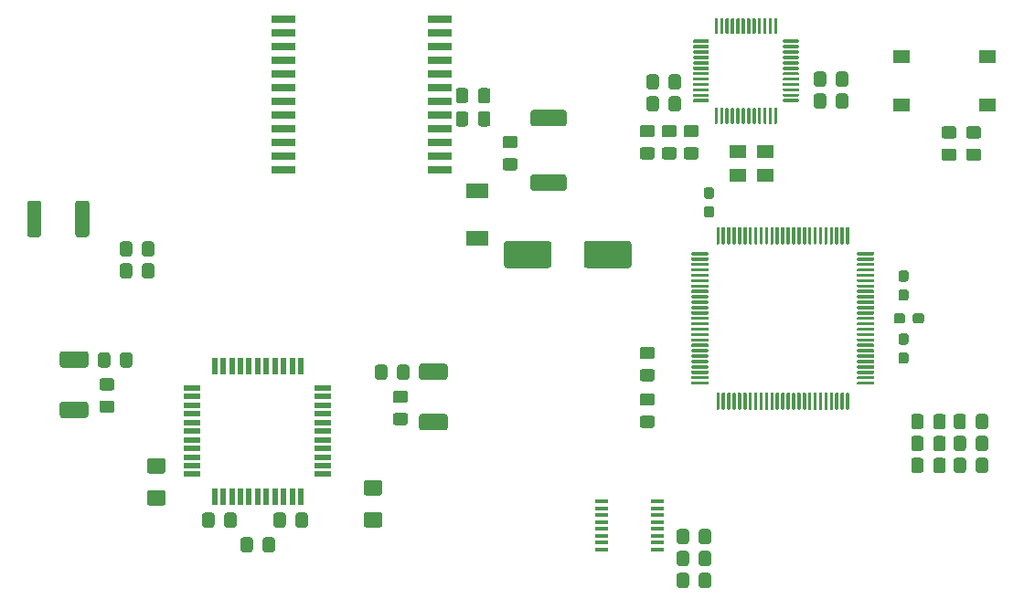
<source format=gbr>
%TF.GenerationSoftware,KiCad,Pcbnew,(5.1.12)-1*%
%TF.CreationDate,2022-03-31T08:37:17-05:00*%
%TF.ProjectId,PoE_Stepper_Driver,506f455f-5374-4657-9070-65725f447269,rev?*%
%TF.SameCoordinates,Original*%
%TF.FileFunction,Paste,Top*%
%TF.FilePolarity,Positive*%
%FSLAX46Y46*%
G04 Gerber Fmt 4.6, Leading zero omitted, Abs format (unit mm)*
G04 Created by KiCad (PCBNEW (5.1.12)-1) date 2022-03-31 08:37:17*
%MOMM*%
%LPD*%
G01*
G04 APERTURE LIST*
%ADD10R,1.500000X0.520000*%
%ADD11R,0.520000X1.500000*%
%ADD12R,2.100000X1.400000*%
%ADD13R,2.290000X0.760000*%
%ADD14R,1.200000X0.400000*%
%ADD15R,1.500000X1.200000*%
%ADD16R,1.550000X1.300000*%
G04 APERTURE END LIST*
%TO.C,C2*%
G36*
G01*
X120218000Y-118040999D02*
X120218000Y-118941001D01*
G75*
G02*
X119968001Y-119191000I-249999J0D01*
G01*
X119317999Y-119191000D01*
G75*
G02*
X119068000Y-118941001I0J249999D01*
G01*
X119068000Y-118040999D01*
G75*
G02*
X119317999Y-117791000I249999J0D01*
G01*
X119968001Y-117791000D01*
G75*
G02*
X120218000Y-118040999I0J-249999D01*
G01*
G37*
G36*
G01*
X118168000Y-118040999D02*
X118168000Y-118941001D01*
G75*
G02*
X117918001Y-119191000I-249999J0D01*
G01*
X117267999Y-119191000D01*
G75*
G02*
X117018000Y-118941001I0J249999D01*
G01*
X117018000Y-118040999D01*
G75*
G02*
X117267999Y-117791000I249999J0D01*
G01*
X117918001Y-117791000D01*
G75*
G02*
X118168000Y-118040999I0J-249999D01*
G01*
G37*
%TD*%
D10*
%TO.C,U16*%
X124668000Y-111950000D03*
X124668000Y-111150000D03*
X124668000Y-110350000D03*
X124668000Y-109550000D03*
X124668000Y-108750000D03*
X124668000Y-107950000D03*
X124668000Y-107150000D03*
X124668000Y-106350000D03*
X124668000Y-105550000D03*
X124668000Y-104750000D03*
X124668000Y-103950000D03*
D11*
X122618000Y-101900000D03*
X121818000Y-101900000D03*
X121018000Y-101900000D03*
X120218000Y-101900000D03*
X119418000Y-101900000D03*
X118618000Y-101900000D03*
X117818000Y-101900000D03*
X117018000Y-101900000D03*
X116218000Y-101900000D03*
X115418000Y-101900000D03*
X114618000Y-101900000D03*
D10*
X112568000Y-103950000D03*
X112568000Y-104750000D03*
X112568000Y-105550000D03*
X112568000Y-106350000D03*
X112568000Y-107150000D03*
X112568000Y-107950000D03*
X112568000Y-108750000D03*
X112568000Y-109550000D03*
X112568000Y-110350000D03*
X112568000Y-111150000D03*
X112568000Y-111950000D03*
D11*
X114618000Y-114000000D03*
X115418000Y-114000000D03*
X116218000Y-114000000D03*
X117018000Y-114000000D03*
X117818000Y-114000000D03*
X118618000Y-114000000D03*
X119418000Y-114000000D03*
X120218000Y-114000000D03*
X121018000Y-114000000D03*
X121818000Y-114000000D03*
X122618000Y-114000000D03*
%TD*%
%TO.C,C17*%
G36*
G01*
X120066000Y-116655001D02*
X120066000Y-115754999D01*
G75*
G02*
X120315999Y-115505000I249999J0D01*
G01*
X120966001Y-115505000D01*
G75*
G02*
X121216000Y-115754999I0J-249999D01*
G01*
X121216000Y-116655001D01*
G75*
G02*
X120966001Y-116905000I-249999J0D01*
G01*
X120315999Y-116905000D01*
G75*
G02*
X120066000Y-116655001I0J249999D01*
G01*
G37*
G36*
G01*
X122116000Y-116655001D02*
X122116000Y-115754999D01*
G75*
G02*
X122365999Y-115505000I249999J0D01*
G01*
X123016001Y-115505000D01*
G75*
G02*
X123266000Y-115754999I0J-249999D01*
G01*
X123266000Y-116655001D01*
G75*
G02*
X123016001Y-116905000I-249999J0D01*
G01*
X122365999Y-116905000D01*
G75*
G02*
X122116000Y-116655001I0J249999D01*
G01*
G37*
%TD*%
%TO.C,CG1*%
G36*
G01*
X101717000Y-89715001D02*
X101717000Y-86814999D01*
G75*
G02*
X101966999Y-86565000I249999J0D01*
G01*
X102767001Y-86565000D01*
G75*
G02*
X103017000Y-86814999I0J-249999D01*
G01*
X103017000Y-89715001D01*
G75*
G02*
X102767001Y-89965000I-249999J0D01*
G01*
X101966999Y-89965000D01*
G75*
G02*
X101717000Y-89715001I0J249999D01*
G01*
G37*
G36*
G01*
X97267000Y-89715001D02*
X97267000Y-86814999D01*
G75*
G02*
X97516999Y-86565000I249999J0D01*
G01*
X98317001Y-86565000D01*
G75*
G02*
X98567000Y-86814999I0J-249999D01*
G01*
X98567000Y-89715001D01*
G75*
G02*
X98317001Y-89965000I-249999J0D01*
G01*
X97516999Y-89965000D01*
G75*
G02*
X97267000Y-89715001I0J249999D01*
G01*
G37*
%TD*%
D12*
%TO.C,D1*%
X138938000Y-90084000D03*
X138938000Y-85684000D03*
%TD*%
%TO.C,D3*%
G36*
G01*
X141535999Y-80569000D02*
X142436001Y-80569000D01*
G75*
G02*
X142686000Y-80818999I0J-249999D01*
G01*
X142686000Y-81469001D01*
G75*
G02*
X142436001Y-81719000I-249999J0D01*
G01*
X141535999Y-81719000D01*
G75*
G02*
X141286000Y-81469001I0J249999D01*
G01*
X141286000Y-80818999D01*
G75*
G02*
X141535999Y-80569000I249999J0D01*
G01*
G37*
G36*
G01*
X141535999Y-82619000D02*
X142436001Y-82619000D01*
G75*
G02*
X142686000Y-82868999I0J-249999D01*
G01*
X142686000Y-83519001D01*
G75*
G02*
X142436001Y-83769000I-249999J0D01*
G01*
X141535999Y-83769000D01*
G75*
G02*
X141286000Y-83519001I0J249999D01*
G01*
X141286000Y-82868999D01*
G75*
G02*
X141535999Y-82619000I249999J0D01*
G01*
G37*
%TD*%
%TO.C,D4*%
G36*
G01*
X184208000Y-110674998D02*
X184208000Y-111575000D01*
G75*
G02*
X183958001Y-111824999I-249999J0D01*
G01*
X183307999Y-111824999D01*
G75*
G02*
X183058000Y-111575000I0J249999D01*
G01*
X183058000Y-110674998D01*
G75*
G02*
X183307999Y-110424999I249999J0D01*
G01*
X183958001Y-110424999D01*
G75*
G02*
X184208000Y-110674998I0J-249999D01*
G01*
G37*
G36*
G01*
X186258000Y-110674998D02*
X186258000Y-111575000D01*
G75*
G02*
X186008001Y-111824999I-249999J0D01*
G01*
X185357999Y-111824999D01*
G75*
G02*
X185108000Y-111575000I0J249999D01*
G01*
X185108000Y-110674998D01*
G75*
G02*
X185357999Y-110424999I249999J0D01*
G01*
X186008001Y-110424999D01*
G75*
G02*
X186258000Y-110674998I0J-249999D01*
G01*
G37*
%TD*%
%TO.C,D5*%
G36*
G01*
X186258000Y-108642998D02*
X186258000Y-109543000D01*
G75*
G02*
X186008001Y-109792999I-249999J0D01*
G01*
X185357999Y-109792999D01*
G75*
G02*
X185108000Y-109543000I0J249999D01*
G01*
X185108000Y-108642998D01*
G75*
G02*
X185357999Y-108392999I249999J0D01*
G01*
X186008001Y-108392999D01*
G75*
G02*
X186258000Y-108642998I0J-249999D01*
G01*
G37*
G36*
G01*
X184208000Y-108642998D02*
X184208000Y-109543000D01*
G75*
G02*
X183958001Y-109792999I-249999J0D01*
G01*
X183307999Y-109792999D01*
G75*
G02*
X183058000Y-109543000I0J249999D01*
G01*
X183058000Y-108642998D01*
G75*
G02*
X183307999Y-108392999I249999J0D01*
G01*
X183958001Y-108392999D01*
G75*
G02*
X184208000Y-108642998I0J-249999D01*
G01*
G37*
%TD*%
%TO.C,R7*%
G36*
G01*
X107892000Y-93541001D02*
X107892000Y-92640999D01*
G75*
G02*
X108141999Y-92391000I249999J0D01*
G01*
X108792001Y-92391000D01*
G75*
G02*
X109042000Y-92640999I0J-249999D01*
G01*
X109042000Y-93541001D01*
G75*
G02*
X108792001Y-93791000I-249999J0D01*
G01*
X108141999Y-93791000D01*
G75*
G02*
X107892000Y-93541001I0J249999D01*
G01*
G37*
G36*
G01*
X105842000Y-93541001D02*
X105842000Y-92640999D01*
G75*
G02*
X106091999Y-92391000I249999J0D01*
G01*
X106742001Y-92391000D01*
G75*
G02*
X106992000Y-92640999I0J-249999D01*
G01*
X106992000Y-93541001D01*
G75*
G02*
X106742001Y-93791000I-249999J0D01*
G01*
X106091999Y-93791000D01*
G75*
G02*
X105842000Y-93541001I0J249999D01*
G01*
G37*
%TD*%
%TO.C,R8*%
G36*
G01*
X105842000Y-91509001D02*
X105842000Y-90608999D01*
G75*
G02*
X106091999Y-90359000I249999J0D01*
G01*
X106742001Y-90359000D01*
G75*
G02*
X106992000Y-90608999I0J-249999D01*
G01*
X106992000Y-91509001D01*
G75*
G02*
X106742001Y-91759000I-249999J0D01*
G01*
X106091999Y-91759000D01*
G75*
G02*
X105842000Y-91509001I0J249999D01*
G01*
G37*
G36*
G01*
X107892000Y-91509001D02*
X107892000Y-90608999D01*
G75*
G02*
X108141999Y-90359000I249999J0D01*
G01*
X108792001Y-90359000D01*
G75*
G02*
X109042000Y-90608999I0J-249999D01*
G01*
X109042000Y-91509001D01*
G75*
G02*
X108792001Y-91759000I-249999J0D01*
G01*
X108141999Y-91759000D01*
G75*
G02*
X107892000Y-91509001I0J249999D01*
G01*
G37*
%TD*%
%TO.C,RMPS1*%
G36*
G01*
X144116999Y-78165000D02*
X146967001Y-78165000D01*
G75*
G02*
X147217000Y-78414999I0J-249999D01*
G01*
X147217000Y-79440001D01*
G75*
G02*
X146967001Y-79690000I-249999J0D01*
G01*
X144116999Y-79690000D01*
G75*
G02*
X143867000Y-79440001I0J249999D01*
G01*
X143867000Y-78414999D01*
G75*
G02*
X144116999Y-78165000I249999J0D01*
G01*
G37*
G36*
G01*
X144116999Y-84140000D02*
X146967001Y-84140000D01*
G75*
G02*
X147217000Y-84389999I0J-249999D01*
G01*
X147217000Y-85415001D01*
G75*
G02*
X146967001Y-85665000I-249999J0D01*
G01*
X144116999Y-85665000D01*
G75*
G02*
X143867000Y-85415001I0J249999D01*
G01*
X143867000Y-84389999D01*
G75*
G02*
X144116999Y-84140000I249999J0D01*
G01*
G37*
%TD*%
D13*
%TO.C,TR1*%
X121029000Y-83693000D03*
X121029000Y-82423000D03*
X121029000Y-81153000D03*
X121029000Y-79883000D03*
X121029000Y-78613000D03*
X121029000Y-77343000D03*
X121029000Y-76073000D03*
X121029000Y-74803000D03*
X121029000Y-73533000D03*
X121029000Y-72263000D03*
X121029000Y-70993000D03*
X121029000Y-69723000D03*
X135509000Y-69723000D03*
X135509000Y-70993000D03*
X135509000Y-72263000D03*
X135509000Y-73533000D03*
X135509000Y-74803000D03*
X135509000Y-76073000D03*
X135509000Y-77343000D03*
X135509000Y-78613000D03*
X135509000Y-79883000D03*
X135509000Y-81153000D03*
X135509000Y-82423000D03*
X135509000Y-83693000D03*
%TD*%
%TO.C,U3*%
G36*
G01*
X175711115Y-103416967D02*
X175711115Y-103566967D01*
G75*
G02*
X175636115Y-103641967I-75000J0D01*
G01*
X174186115Y-103641967D01*
G75*
G02*
X174111115Y-103566967I0J75000D01*
G01*
X174111115Y-103416967D01*
G75*
G02*
X174186115Y-103341967I75000J0D01*
G01*
X175636115Y-103341967D01*
G75*
G02*
X175711115Y-103416967I0J-75000D01*
G01*
G37*
G36*
G01*
X175711115Y-102916967D02*
X175711115Y-103066967D01*
G75*
G02*
X175636115Y-103141967I-75000J0D01*
G01*
X174186115Y-103141967D01*
G75*
G02*
X174111115Y-103066967I0J75000D01*
G01*
X174111115Y-102916967D01*
G75*
G02*
X174186115Y-102841967I75000J0D01*
G01*
X175636115Y-102841967D01*
G75*
G02*
X175711115Y-102916967I0J-75000D01*
G01*
G37*
G36*
G01*
X175711115Y-102416967D02*
X175711115Y-102566967D01*
G75*
G02*
X175636115Y-102641967I-75000J0D01*
G01*
X174186115Y-102641967D01*
G75*
G02*
X174111115Y-102566967I0J75000D01*
G01*
X174111115Y-102416967D01*
G75*
G02*
X174186115Y-102341967I75000J0D01*
G01*
X175636115Y-102341967D01*
G75*
G02*
X175711115Y-102416967I0J-75000D01*
G01*
G37*
G36*
G01*
X175711115Y-101916967D02*
X175711115Y-102066967D01*
G75*
G02*
X175636115Y-102141967I-75000J0D01*
G01*
X174186115Y-102141967D01*
G75*
G02*
X174111115Y-102066967I0J75000D01*
G01*
X174111115Y-101916967D01*
G75*
G02*
X174186115Y-101841967I75000J0D01*
G01*
X175636115Y-101841967D01*
G75*
G02*
X175711115Y-101916967I0J-75000D01*
G01*
G37*
G36*
G01*
X175711115Y-101416967D02*
X175711115Y-101566967D01*
G75*
G02*
X175636115Y-101641967I-75000J0D01*
G01*
X174186115Y-101641967D01*
G75*
G02*
X174111115Y-101566967I0J75000D01*
G01*
X174111115Y-101416967D01*
G75*
G02*
X174186115Y-101341967I75000J0D01*
G01*
X175636115Y-101341967D01*
G75*
G02*
X175711115Y-101416967I0J-75000D01*
G01*
G37*
G36*
G01*
X175711115Y-100916967D02*
X175711115Y-101066967D01*
G75*
G02*
X175636115Y-101141967I-75000J0D01*
G01*
X174186115Y-101141967D01*
G75*
G02*
X174111115Y-101066967I0J75000D01*
G01*
X174111115Y-100916967D01*
G75*
G02*
X174186115Y-100841967I75000J0D01*
G01*
X175636115Y-100841967D01*
G75*
G02*
X175711115Y-100916967I0J-75000D01*
G01*
G37*
G36*
G01*
X175711115Y-100416967D02*
X175711115Y-100566967D01*
G75*
G02*
X175636115Y-100641967I-75000J0D01*
G01*
X174186115Y-100641967D01*
G75*
G02*
X174111115Y-100566967I0J75000D01*
G01*
X174111115Y-100416967D01*
G75*
G02*
X174186115Y-100341967I75000J0D01*
G01*
X175636115Y-100341967D01*
G75*
G02*
X175711115Y-100416967I0J-75000D01*
G01*
G37*
G36*
G01*
X175711115Y-99916967D02*
X175711115Y-100066967D01*
G75*
G02*
X175636115Y-100141967I-75000J0D01*
G01*
X174186115Y-100141967D01*
G75*
G02*
X174111115Y-100066967I0J75000D01*
G01*
X174111115Y-99916967D01*
G75*
G02*
X174186115Y-99841967I75000J0D01*
G01*
X175636115Y-99841967D01*
G75*
G02*
X175711115Y-99916967I0J-75000D01*
G01*
G37*
G36*
G01*
X175711115Y-99416967D02*
X175711115Y-99566967D01*
G75*
G02*
X175636115Y-99641967I-75000J0D01*
G01*
X174186115Y-99641967D01*
G75*
G02*
X174111115Y-99566967I0J75000D01*
G01*
X174111115Y-99416967D01*
G75*
G02*
X174186115Y-99341967I75000J0D01*
G01*
X175636115Y-99341967D01*
G75*
G02*
X175711115Y-99416967I0J-75000D01*
G01*
G37*
G36*
G01*
X175711115Y-98916967D02*
X175711115Y-99066967D01*
G75*
G02*
X175636115Y-99141967I-75000J0D01*
G01*
X174186115Y-99141967D01*
G75*
G02*
X174111115Y-99066967I0J75000D01*
G01*
X174111115Y-98916967D01*
G75*
G02*
X174186115Y-98841967I75000J0D01*
G01*
X175636115Y-98841967D01*
G75*
G02*
X175711115Y-98916967I0J-75000D01*
G01*
G37*
G36*
G01*
X175711115Y-98416967D02*
X175711115Y-98566967D01*
G75*
G02*
X175636115Y-98641967I-75000J0D01*
G01*
X174186115Y-98641967D01*
G75*
G02*
X174111115Y-98566967I0J75000D01*
G01*
X174111115Y-98416967D01*
G75*
G02*
X174186115Y-98341967I75000J0D01*
G01*
X175636115Y-98341967D01*
G75*
G02*
X175711115Y-98416967I0J-75000D01*
G01*
G37*
G36*
G01*
X175711115Y-97916967D02*
X175711115Y-98066967D01*
G75*
G02*
X175636115Y-98141967I-75000J0D01*
G01*
X174186115Y-98141967D01*
G75*
G02*
X174111115Y-98066967I0J75000D01*
G01*
X174111115Y-97916967D01*
G75*
G02*
X174186115Y-97841967I75000J0D01*
G01*
X175636115Y-97841967D01*
G75*
G02*
X175711115Y-97916967I0J-75000D01*
G01*
G37*
G36*
G01*
X175711115Y-97416967D02*
X175711115Y-97566967D01*
G75*
G02*
X175636115Y-97641967I-75000J0D01*
G01*
X174186115Y-97641967D01*
G75*
G02*
X174111115Y-97566967I0J75000D01*
G01*
X174111115Y-97416967D01*
G75*
G02*
X174186115Y-97341967I75000J0D01*
G01*
X175636115Y-97341967D01*
G75*
G02*
X175711115Y-97416967I0J-75000D01*
G01*
G37*
G36*
G01*
X175711115Y-96916967D02*
X175711115Y-97066967D01*
G75*
G02*
X175636115Y-97141967I-75000J0D01*
G01*
X174186115Y-97141967D01*
G75*
G02*
X174111115Y-97066967I0J75000D01*
G01*
X174111115Y-96916967D01*
G75*
G02*
X174186115Y-96841967I75000J0D01*
G01*
X175636115Y-96841967D01*
G75*
G02*
X175711115Y-96916967I0J-75000D01*
G01*
G37*
G36*
G01*
X175711115Y-96416967D02*
X175711115Y-96566967D01*
G75*
G02*
X175636115Y-96641967I-75000J0D01*
G01*
X174186115Y-96641967D01*
G75*
G02*
X174111115Y-96566967I0J75000D01*
G01*
X174111115Y-96416967D01*
G75*
G02*
X174186115Y-96341967I75000J0D01*
G01*
X175636115Y-96341967D01*
G75*
G02*
X175711115Y-96416967I0J-75000D01*
G01*
G37*
G36*
G01*
X175711115Y-95916967D02*
X175711115Y-96066967D01*
G75*
G02*
X175636115Y-96141967I-75000J0D01*
G01*
X174186115Y-96141967D01*
G75*
G02*
X174111115Y-96066967I0J75000D01*
G01*
X174111115Y-95916967D01*
G75*
G02*
X174186115Y-95841967I75000J0D01*
G01*
X175636115Y-95841967D01*
G75*
G02*
X175711115Y-95916967I0J-75000D01*
G01*
G37*
G36*
G01*
X175711115Y-95416967D02*
X175711115Y-95566967D01*
G75*
G02*
X175636115Y-95641967I-75000J0D01*
G01*
X174186115Y-95641967D01*
G75*
G02*
X174111115Y-95566967I0J75000D01*
G01*
X174111115Y-95416967D01*
G75*
G02*
X174186115Y-95341967I75000J0D01*
G01*
X175636115Y-95341967D01*
G75*
G02*
X175711115Y-95416967I0J-75000D01*
G01*
G37*
G36*
G01*
X175711115Y-94916967D02*
X175711115Y-95066967D01*
G75*
G02*
X175636115Y-95141967I-75000J0D01*
G01*
X174186115Y-95141967D01*
G75*
G02*
X174111115Y-95066967I0J75000D01*
G01*
X174111115Y-94916967D01*
G75*
G02*
X174186115Y-94841967I75000J0D01*
G01*
X175636115Y-94841967D01*
G75*
G02*
X175711115Y-94916967I0J-75000D01*
G01*
G37*
G36*
G01*
X175711115Y-94416967D02*
X175711115Y-94566967D01*
G75*
G02*
X175636115Y-94641967I-75000J0D01*
G01*
X174186115Y-94641967D01*
G75*
G02*
X174111115Y-94566967I0J75000D01*
G01*
X174111115Y-94416967D01*
G75*
G02*
X174186115Y-94341967I75000J0D01*
G01*
X175636115Y-94341967D01*
G75*
G02*
X175711115Y-94416967I0J-75000D01*
G01*
G37*
G36*
G01*
X175711115Y-93916967D02*
X175711115Y-94066967D01*
G75*
G02*
X175636115Y-94141967I-75000J0D01*
G01*
X174186115Y-94141967D01*
G75*
G02*
X174111115Y-94066967I0J75000D01*
G01*
X174111115Y-93916967D01*
G75*
G02*
X174186115Y-93841967I75000J0D01*
G01*
X175636115Y-93841967D01*
G75*
G02*
X175711115Y-93916967I0J-75000D01*
G01*
G37*
G36*
G01*
X175711115Y-93416967D02*
X175711115Y-93566967D01*
G75*
G02*
X175636115Y-93641967I-75000J0D01*
G01*
X174186115Y-93641967D01*
G75*
G02*
X174111115Y-93566967I0J75000D01*
G01*
X174111115Y-93416967D01*
G75*
G02*
X174186115Y-93341967I75000J0D01*
G01*
X175636115Y-93341967D01*
G75*
G02*
X175711115Y-93416967I0J-75000D01*
G01*
G37*
G36*
G01*
X175711115Y-92916967D02*
X175711115Y-93066967D01*
G75*
G02*
X175636115Y-93141967I-75000J0D01*
G01*
X174186115Y-93141967D01*
G75*
G02*
X174111115Y-93066967I0J75000D01*
G01*
X174111115Y-92916967D01*
G75*
G02*
X174186115Y-92841967I75000J0D01*
G01*
X175636115Y-92841967D01*
G75*
G02*
X175711115Y-92916967I0J-75000D01*
G01*
G37*
G36*
G01*
X175711115Y-92416967D02*
X175711115Y-92566967D01*
G75*
G02*
X175636115Y-92641967I-75000J0D01*
G01*
X174186115Y-92641967D01*
G75*
G02*
X174111115Y-92566967I0J75000D01*
G01*
X174111115Y-92416967D01*
G75*
G02*
X174186115Y-92341967I75000J0D01*
G01*
X175636115Y-92341967D01*
G75*
G02*
X175711115Y-92416967I0J-75000D01*
G01*
G37*
G36*
G01*
X175711115Y-91916967D02*
X175711115Y-92066967D01*
G75*
G02*
X175636115Y-92141967I-75000J0D01*
G01*
X174186115Y-92141967D01*
G75*
G02*
X174111115Y-92066967I0J75000D01*
G01*
X174111115Y-91916967D01*
G75*
G02*
X174186115Y-91841967I75000J0D01*
G01*
X175636115Y-91841967D01*
G75*
G02*
X175711115Y-91916967I0J-75000D01*
G01*
G37*
G36*
G01*
X175711115Y-91416967D02*
X175711115Y-91566967D01*
G75*
G02*
X175636115Y-91641967I-75000J0D01*
G01*
X174186115Y-91641967D01*
G75*
G02*
X174111115Y-91566967I0J75000D01*
G01*
X174111115Y-91416967D01*
G75*
G02*
X174186115Y-91341967I75000J0D01*
G01*
X175636115Y-91341967D01*
G75*
G02*
X175711115Y-91416967I0J-75000D01*
G01*
G37*
G36*
G01*
X173386115Y-89091967D02*
X173386115Y-90541967D01*
G75*
G02*
X173311115Y-90616967I-75000J0D01*
G01*
X173161115Y-90616967D01*
G75*
G02*
X173086115Y-90541967I0J75000D01*
G01*
X173086115Y-89091967D01*
G75*
G02*
X173161115Y-89016967I75000J0D01*
G01*
X173311115Y-89016967D01*
G75*
G02*
X173386115Y-89091967I0J-75000D01*
G01*
G37*
G36*
G01*
X172886115Y-89091967D02*
X172886115Y-90541967D01*
G75*
G02*
X172811115Y-90616967I-75000J0D01*
G01*
X172661115Y-90616967D01*
G75*
G02*
X172586115Y-90541967I0J75000D01*
G01*
X172586115Y-89091967D01*
G75*
G02*
X172661115Y-89016967I75000J0D01*
G01*
X172811115Y-89016967D01*
G75*
G02*
X172886115Y-89091967I0J-75000D01*
G01*
G37*
G36*
G01*
X172386115Y-89091967D02*
X172386115Y-90541967D01*
G75*
G02*
X172311115Y-90616967I-75000J0D01*
G01*
X172161115Y-90616967D01*
G75*
G02*
X172086115Y-90541967I0J75000D01*
G01*
X172086115Y-89091967D01*
G75*
G02*
X172161115Y-89016967I75000J0D01*
G01*
X172311115Y-89016967D01*
G75*
G02*
X172386115Y-89091967I0J-75000D01*
G01*
G37*
G36*
G01*
X171886115Y-89091967D02*
X171886115Y-90541967D01*
G75*
G02*
X171811115Y-90616967I-75000J0D01*
G01*
X171661115Y-90616967D01*
G75*
G02*
X171586115Y-90541967I0J75000D01*
G01*
X171586115Y-89091967D01*
G75*
G02*
X171661115Y-89016967I75000J0D01*
G01*
X171811115Y-89016967D01*
G75*
G02*
X171886115Y-89091967I0J-75000D01*
G01*
G37*
G36*
G01*
X171386115Y-89091967D02*
X171386115Y-90541967D01*
G75*
G02*
X171311115Y-90616967I-75000J0D01*
G01*
X171161115Y-90616967D01*
G75*
G02*
X171086115Y-90541967I0J75000D01*
G01*
X171086115Y-89091967D01*
G75*
G02*
X171161115Y-89016967I75000J0D01*
G01*
X171311115Y-89016967D01*
G75*
G02*
X171386115Y-89091967I0J-75000D01*
G01*
G37*
G36*
G01*
X170886115Y-89091967D02*
X170886115Y-90541967D01*
G75*
G02*
X170811115Y-90616967I-75000J0D01*
G01*
X170661115Y-90616967D01*
G75*
G02*
X170586115Y-90541967I0J75000D01*
G01*
X170586115Y-89091967D01*
G75*
G02*
X170661115Y-89016967I75000J0D01*
G01*
X170811115Y-89016967D01*
G75*
G02*
X170886115Y-89091967I0J-75000D01*
G01*
G37*
G36*
G01*
X170386115Y-89091967D02*
X170386115Y-90541967D01*
G75*
G02*
X170311115Y-90616967I-75000J0D01*
G01*
X170161115Y-90616967D01*
G75*
G02*
X170086115Y-90541967I0J75000D01*
G01*
X170086115Y-89091967D01*
G75*
G02*
X170161115Y-89016967I75000J0D01*
G01*
X170311115Y-89016967D01*
G75*
G02*
X170386115Y-89091967I0J-75000D01*
G01*
G37*
G36*
G01*
X169886115Y-89091967D02*
X169886115Y-90541967D01*
G75*
G02*
X169811115Y-90616967I-75000J0D01*
G01*
X169661115Y-90616967D01*
G75*
G02*
X169586115Y-90541967I0J75000D01*
G01*
X169586115Y-89091967D01*
G75*
G02*
X169661115Y-89016967I75000J0D01*
G01*
X169811115Y-89016967D01*
G75*
G02*
X169886115Y-89091967I0J-75000D01*
G01*
G37*
G36*
G01*
X169386115Y-89091967D02*
X169386115Y-90541967D01*
G75*
G02*
X169311115Y-90616967I-75000J0D01*
G01*
X169161115Y-90616967D01*
G75*
G02*
X169086115Y-90541967I0J75000D01*
G01*
X169086115Y-89091967D01*
G75*
G02*
X169161115Y-89016967I75000J0D01*
G01*
X169311115Y-89016967D01*
G75*
G02*
X169386115Y-89091967I0J-75000D01*
G01*
G37*
G36*
G01*
X168886115Y-89091967D02*
X168886115Y-90541967D01*
G75*
G02*
X168811115Y-90616967I-75000J0D01*
G01*
X168661115Y-90616967D01*
G75*
G02*
X168586115Y-90541967I0J75000D01*
G01*
X168586115Y-89091967D01*
G75*
G02*
X168661115Y-89016967I75000J0D01*
G01*
X168811115Y-89016967D01*
G75*
G02*
X168886115Y-89091967I0J-75000D01*
G01*
G37*
G36*
G01*
X168386115Y-89091967D02*
X168386115Y-90541967D01*
G75*
G02*
X168311115Y-90616967I-75000J0D01*
G01*
X168161115Y-90616967D01*
G75*
G02*
X168086115Y-90541967I0J75000D01*
G01*
X168086115Y-89091967D01*
G75*
G02*
X168161115Y-89016967I75000J0D01*
G01*
X168311115Y-89016967D01*
G75*
G02*
X168386115Y-89091967I0J-75000D01*
G01*
G37*
G36*
G01*
X167886115Y-89091967D02*
X167886115Y-90541967D01*
G75*
G02*
X167811115Y-90616967I-75000J0D01*
G01*
X167661115Y-90616967D01*
G75*
G02*
X167586115Y-90541967I0J75000D01*
G01*
X167586115Y-89091967D01*
G75*
G02*
X167661115Y-89016967I75000J0D01*
G01*
X167811115Y-89016967D01*
G75*
G02*
X167886115Y-89091967I0J-75000D01*
G01*
G37*
G36*
G01*
X167386115Y-89091967D02*
X167386115Y-90541967D01*
G75*
G02*
X167311115Y-90616967I-75000J0D01*
G01*
X167161115Y-90616967D01*
G75*
G02*
X167086115Y-90541967I0J75000D01*
G01*
X167086115Y-89091967D01*
G75*
G02*
X167161115Y-89016967I75000J0D01*
G01*
X167311115Y-89016967D01*
G75*
G02*
X167386115Y-89091967I0J-75000D01*
G01*
G37*
G36*
G01*
X166886115Y-89091967D02*
X166886115Y-90541967D01*
G75*
G02*
X166811115Y-90616967I-75000J0D01*
G01*
X166661115Y-90616967D01*
G75*
G02*
X166586115Y-90541967I0J75000D01*
G01*
X166586115Y-89091967D01*
G75*
G02*
X166661115Y-89016967I75000J0D01*
G01*
X166811115Y-89016967D01*
G75*
G02*
X166886115Y-89091967I0J-75000D01*
G01*
G37*
G36*
G01*
X166386115Y-89091967D02*
X166386115Y-90541967D01*
G75*
G02*
X166311115Y-90616967I-75000J0D01*
G01*
X166161115Y-90616967D01*
G75*
G02*
X166086115Y-90541967I0J75000D01*
G01*
X166086115Y-89091967D01*
G75*
G02*
X166161115Y-89016967I75000J0D01*
G01*
X166311115Y-89016967D01*
G75*
G02*
X166386115Y-89091967I0J-75000D01*
G01*
G37*
G36*
G01*
X165886115Y-89091967D02*
X165886115Y-90541967D01*
G75*
G02*
X165811115Y-90616967I-75000J0D01*
G01*
X165661115Y-90616967D01*
G75*
G02*
X165586115Y-90541967I0J75000D01*
G01*
X165586115Y-89091967D01*
G75*
G02*
X165661115Y-89016967I75000J0D01*
G01*
X165811115Y-89016967D01*
G75*
G02*
X165886115Y-89091967I0J-75000D01*
G01*
G37*
G36*
G01*
X165386115Y-89091967D02*
X165386115Y-90541967D01*
G75*
G02*
X165311115Y-90616967I-75000J0D01*
G01*
X165161115Y-90616967D01*
G75*
G02*
X165086115Y-90541967I0J75000D01*
G01*
X165086115Y-89091967D01*
G75*
G02*
X165161115Y-89016967I75000J0D01*
G01*
X165311115Y-89016967D01*
G75*
G02*
X165386115Y-89091967I0J-75000D01*
G01*
G37*
G36*
G01*
X164886115Y-89091967D02*
X164886115Y-90541967D01*
G75*
G02*
X164811115Y-90616967I-75000J0D01*
G01*
X164661115Y-90616967D01*
G75*
G02*
X164586115Y-90541967I0J75000D01*
G01*
X164586115Y-89091967D01*
G75*
G02*
X164661115Y-89016967I75000J0D01*
G01*
X164811115Y-89016967D01*
G75*
G02*
X164886115Y-89091967I0J-75000D01*
G01*
G37*
G36*
G01*
X164386115Y-89091967D02*
X164386115Y-90541967D01*
G75*
G02*
X164311115Y-90616967I-75000J0D01*
G01*
X164161115Y-90616967D01*
G75*
G02*
X164086115Y-90541967I0J75000D01*
G01*
X164086115Y-89091967D01*
G75*
G02*
X164161115Y-89016967I75000J0D01*
G01*
X164311115Y-89016967D01*
G75*
G02*
X164386115Y-89091967I0J-75000D01*
G01*
G37*
G36*
G01*
X163886115Y-89091967D02*
X163886115Y-90541967D01*
G75*
G02*
X163811115Y-90616967I-75000J0D01*
G01*
X163661115Y-90616967D01*
G75*
G02*
X163586115Y-90541967I0J75000D01*
G01*
X163586115Y-89091967D01*
G75*
G02*
X163661115Y-89016967I75000J0D01*
G01*
X163811115Y-89016967D01*
G75*
G02*
X163886115Y-89091967I0J-75000D01*
G01*
G37*
G36*
G01*
X163386115Y-89091967D02*
X163386115Y-90541967D01*
G75*
G02*
X163311115Y-90616967I-75000J0D01*
G01*
X163161115Y-90616967D01*
G75*
G02*
X163086115Y-90541967I0J75000D01*
G01*
X163086115Y-89091967D01*
G75*
G02*
X163161115Y-89016967I75000J0D01*
G01*
X163311115Y-89016967D01*
G75*
G02*
X163386115Y-89091967I0J-75000D01*
G01*
G37*
G36*
G01*
X162886115Y-89091967D02*
X162886115Y-90541967D01*
G75*
G02*
X162811115Y-90616967I-75000J0D01*
G01*
X162661115Y-90616967D01*
G75*
G02*
X162586115Y-90541967I0J75000D01*
G01*
X162586115Y-89091967D01*
G75*
G02*
X162661115Y-89016967I75000J0D01*
G01*
X162811115Y-89016967D01*
G75*
G02*
X162886115Y-89091967I0J-75000D01*
G01*
G37*
G36*
G01*
X162386115Y-89091967D02*
X162386115Y-90541967D01*
G75*
G02*
X162311115Y-90616967I-75000J0D01*
G01*
X162161115Y-90616967D01*
G75*
G02*
X162086115Y-90541967I0J75000D01*
G01*
X162086115Y-89091967D01*
G75*
G02*
X162161115Y-89016967I75000J0D01*
G01*
X162311115Y-89016967D01*
G75*
G02*
X162386115Y-89091967I0J-75000D01*
G01*
G37*
G36*
G01*
X161886115Y-89091967D02*
X161886115Y-90541967D01*
G75*
G02*
X161811115Y-90616967I-75000J0D01*
G01*
X161661115Y-90616967D01*
G75*
G02*
X161586115Y-90541967I0J75000D01*
G01*
X161586115Y-89091967D01*
G75*
G02*
X161661115Y-89016967I75000J0D01*
G01*
X161811115Y-89016967D01*
G75*
G02*
X161886115Y-89091967I0J-75000D01*
G01*
G37*
G36*
G01*
X161386115Y-89091967D02*
X161386115Y-90541967D01*
G75*
G02*
X161311115Y-90616967I-75000J0D01*
G01*
X161161115Y-90616967D01*
G75*
G02*
X161086115Y-90541967I0J75000D01*
G01*
X161086115Y-89091967D01*
G75*
G02*
X161161115Y-89016967I75000J0D01*
G01*
X161311115Y-89016967D01*
G75*
G02*
X161386115Y-89091967I0J-75000D01*
G01*
G37*
G36*
G01*
X160361115Y-91416967D02*
X160361115Y-91566967D01*
G75*
G02*
X160286115Y-91641967I-75000J0D01*
G01*
X158836115Y-91641967D01*
G75*
G02*
X158761115Y-91566967I0J75000D01*
G01*
X158761115Y-91416967D01*
G75*
G02*
X158836115Y-91341967I75000J0D01*
G01*
X160286115Y-91341967D01*
G75*
G02*
X160361115Y-91416967I0J-75000D01*
G01*
G37*
G36*
G01*
X160361115Y-91916967D02*
X160361115Y-92066967D01*
G75*
G02*
X160286115Y-92141967I-75000J0D01*
G01*
X158836115Y-92141967D01*
G75*
G02*
X158761115Y-92066967I0J75000D01*
G01*
X158761115Y-91916967D01*
G75*
G02*
X158836115Y-91841967I75000J0D01*
G01*
X160286115Y-91841967D01*
G75*
G02*
X160361115Y-91916967I0J-75000D01*
G01*
G37*
G36*
G01*
X160361115Y-92416967D02*
X160361115Y-92566967D01*
G75*
G02*
X160286115Y-92641967I-75000J0D01*
G01*
X158836115Y-92641967D01*
G75*
G02*
X158761115Y-92566967I0J75000D01*
G01*
X158761115Y-92416967D01*
G75*
G02*
X158836115Y-92341967I75000J0D01*
G01*
X160286115Y-92341967D01*
G75*
G02*
X160361115Y-92416967I0J-75000D01*
G01*
G37*
G36*
G01*
X160361115Y-92916967D02*
X160361115Y-93066967D01*
G75*
G02*
X160286115Y-93141967I-75000J0D01*
G01*
X158836115Y-93141967D01*
G75*
G02*
X158761115Y-93066967I0J75000D01*
G01*
X158761115Y-92916967D01*
G75*
G02*
X158836115Y-92841967I75000J0D01*
G01*
X160286115Y-92841967D01*
G75*
G02*
X160361115Y-92916967I0J-75000D01*
G01*
G37*
G36*
G01*
X160361115Y-93416967D02*
X160361115Y-93566967D01*
G75*
G02*
X160286115Y-93641967I-75000J0D01*
G01*
X158836115Y-93641967D01*
G75*
G02*
X158761115Y-93566967I0J75000D01*
G01*
X158761115Y-93416967D01*
G75*
G02*
X158836115Y-93341967I75000J0D01*
G01*
X160286115Y-93341967D01*
G75*
G02*
X160361115Y-93416967I0J-75000D01*
G01*
G37*
G36*
G01*
X160361115Y-93916967D02*
X160361115Y-94066967D01*
G75*
G02*
X160286115Y-94141967I-75000J0D01*
G01*
X158836115Y-94141967D01*
G75*
G02*
X158761115Y-94066967I0J75000D01*
G01*
X158761115Y-93916967D01*
G75*
G02*
X158836115Y-93841967I75000J0D01*
G01*
X160286115Y-93841967D01*
G75*
G02*
X160361115Y-93916967I0J-75000D01*
G01*
G37*
G36*
G01*
X160361115Y-94416967D02*
X160361115Y-94566967D01*
G75*
G02*
X160286115Y-94641967I-75000J0D01*
G01*
X158836115Y-94641967D01*
G75*
G02*
X158761115Y-94566967I0J75000D01*
G01*
X158761115Y-94416967D01*
G75*
G02*
X158836115Y-94341967I75000J0D01*
G01*
X160286115Y-94341967D01*
G75*
G02*
X160361115Y-94416967I0J-75000D01*
G01*
G37*
G36*
G01*
X160361115Y-94916967D02*
X160361115Y-95066967D01*
G75*
G02*
X160286115Y-95141967I-75000J0D01*
G01*
X158836115Y-95141967D01*
G75*
G02*
X158761115Y-95066967I0J75000D01*
G01*
X158761115Y-94916967D01*
G75*
G02*
X158836115Y-94841967I75000J0D01*
G01*
X160286115Y-94841967D01*
G75*
G02*
X160361115Y-94916967I0J-75000D01*
G01*
G37*
G36*
G01*
X160361115Y-95416967D02*
X160361115Y-95566967D01*
G75*
G02*
X160286115Y-95641967I-75000J0D01*
G01*
X158836115Y-95641967D01*
G75*
G02*
X158761115Y-95566967I0J75000D01*
G01*
X158761115Y-95416967D01*
G75*
G02*
X158836115Y-95341967I75000J0D01*
G01*
X160286115Y-95341967D01*
G75*
G02*
X160361115Y-95416967I0J-75000D01*
G01*
G37*
G36*
G01*
X160361115Y-95916967D02*
X160361115Y-96066967D01*
G75*
G02*
X160286115Y-96141967I-75000J0D01*
G01*
X158836115Y-96141967D01*
G75*
G02*
X158761115Y-96066967I0J75000D01*
G01*
X158761115Y-95916967D01*
G75*
G02*
X158836115Y-95841967I75000J0D01*
G01*
X160286115Y-95841967D01*
G75*
G02*
X160361115Y-95916967I0J-75000D01*
G01*
G37*
G36*
G01*
X160361115Y-96416967D02*
X160361115Y-96566967D01*
G75*
G02*
X160286115Y-96641967I-75000J0D01*
G01*
X158836115Y-96641967D01*
G75*
G02*
X158761115Y-96566967I0J75000D01*
G01*
X158761115Y-96416967D01*
G75*
G02*
X158836115Y-96341967I75000J0D01*
G01*
X160286115Y-96341967D01*
G75*
G02*
X160361115Y-96416967I0J-75000D01*
G01*
G37*
G36*
G01*
X160361115Y-96916967D02*
X160361115Y-97066967D01*
G75*
G02*
X160286115Y-97141967I-75000J0D01*
G01*
X158836115Y-97141967D01*
G75*
G02*
X158761115Y-97066967I0J75000D01*
G01*
X158761115Y-96916967D01*
G75*
G02*
X158836115Y-96841967I75000J0D01*
G01*
X160286115Y-96841967D01*
G75*
G02*
X160361115Y-96916967I0J-75000D01*
G01*
G37*
G36*
G01*
X160361115Y-97416967D02*
X160361115Y-97566967D01*
G75*
G02*
X160286115Y-97641967I-75000J0D01*
G01*
X158836115Y-97641967D01*
G75*
G02*
X158761115Y-97566967I0J75000D01*
G01*
X158761115Y-97416967D01*
G75*
G02*
X158836115Y-97341967I75000J0D01*
G01*
X160286115Y-97341967D01*
G75*
G02*
X160361115Y-97416967I0J-75000D01*
G01*
G37*
G36*
G01*
X160361115Y-97916967D02*
X160361115Y-98066967D01*
G75*
G02*
X160286115Y-98141967I-75000J0D01*
G01*
X158836115Y-98141967D01*
G75*
G02*
X158761115Y-98066967I0J75000D01*
G01*
X158761115Y-97916967D01*
G75*
G02*
X158836115Y-97841967I75000J0D01*
G01*
X160286115Y-97841967D01*
G75*
G02*
X160361115Y-97916967I0J-75000D01*
G01*
G37*
G36*
G01*
X160361115Y-98416967D02*
X160361115Y-98566967D01*
G75*
G02*
X160286115Y-98641967I-75000J0D01*
G01*
X158836115Y-98641967D01*
G75*
G02*
X158761115Y-98566967I0J75000D01*
G01*
X158761115Y-98416967D01*
G75*
G02*
X158836115Y-98341967I75000J0D01*
G01*
X160286115Y-98341967D01*
G75*
G02*
X160361115Y-98416967I0J-75000D01*
G01*
G37*
G36*
G01*
X160361115Y-98916967D02*
X160361115Y-99066967D01*
G75*
G02*
X160286115Y-99141967I-75000J0D01*
G01*
X158836115Y-99141967D01*
G75*
G02*
X158761115Y-99066967I0J75000D01*
G01*
X158761115Y-98916967D01*
G75*
G02*
X158836115Y-98841967I75000J0D01*
G01*
X160286115Y-98841967D01*
G75*
G02*
X160361115Y-98916967I0J-75000D01*
G01*
G37*
G36*
G01*
X160361115Y-99416967D02*
X160361115Y-99566967D01*
G75*
G02*
X160286115Y-99641967I-75000J0D01*
G01*
X158836115Y-99641967D01*
G75*
G02*
X158761115Y-99566967I0J75000D01*
G01*
X158761115Y-99416967D01*
G75*
G02*
X158836115Y-99341967I75000J0D01*
G01*
X160286115Y-99341967D01*
G75*
G02*
X160361115Y-99416967I0J-75000D01*
G01*
G37*
G36*
G01*
X160361115Y-99916967D02*
X160361115Y-100066967D01*
G75*
G02*
X160286115Y-100141967I-75000J0D01*
G01*
X158836115Y-100141967D01*
G75*
G02*
X158761115Y-100066967I0J75000D01*
G01*
X158761115Y-99916967D01*
G75*
G02*
X158836115Y-99841967I75000J0D01*
G01*
X160286115Y-99841967D01*
G75*
G02*
X160361115Y-99916967I0J-75000D01*
G01*
G37*
G36*
G01*
X160361115Y-100416967D02*
X160361115Y-100566967D01*
G75*
G02*
X160286115Y-100641967I-75000J0D01*
G01*
X158836115Y-100641967D01*
G75*
G02*
X158761115Y-100566967I0J75000D01*
G01*
X158761115Y-100416967D01*
G75*
G02*
X158836115Y-100341967I75000J0D01*
G01*
X160286115Y-100341967D01*
G75*
G02*
X160361115Y-100416967I0J-75000D01*
G01*
G37*
G36*
G01*
X160361115Y-100916967D02*
X160361115Y-101066967D01*
G75*
G02*
X160286115Y-101141967I-75000J0D01*
G01*
X158836115Y-101141967D01*
G75*
G02*
X158761115Y-101066967I0J75000D01*
G01*
X158761115Y-100916967D01*
G75*
G02*
X158836115Y-100841967I75000J0D01*
G01*
X160286115Y-100841967D01*
G75*
G02*
X160361115Y-100916967I0J-75000D01*
G01*
G37*
G36*
G01*
X160361115Y-101416967D02*
X160361115Y-101566967D01*
G75*
G02*
X160286115Y-101641967I-75000J0D01*
G01*
X158836115Y-101641967D01*
G75*
G02*
X158761115Y-101566967I0J75000D01*
G01*
X158761115Y-101416967D01*
G75*
G02*
X158836115Y-101341967I75000J0D01*
G01*
X160286115Y-101341967D01*
G75*
G02*
X160361115Y-101416967I0J-75000D01*
G01*
G37*
G36*
G01*
X160361115Y-101916967D02*
X160361115Y-102066967D01*
G75*
G02*
X160286115Y-102141967I-75000J0D01*
G01*
X158836115Y-102141967D01*
G75*
G02*
X158761115Y-102066967I0J75000D01*
G01*
X158761115Y-101916967D01*
G75*
G02*
X158836115Y-101841967I75000J0D01*
G01*
X160286115Y-101841967D01*
G75*
G02*
X160361115Y-101916967I0J-75000D01*
G01*
G37*
G36*
G01*
X160361115Y-102416967D02*
X160361115Y-102566967D01*
G75*
G02*
X160286115Y-102641967I-75000J0D01*
G01*
X158836115Y-102641967D01*
G75*
G02*
X158761115Y-102566967I0J75000D01*
G01*
X158761115Y-102416967D01*
G75*
G02*
X158836115Y-102341967I75000J0D01*
G01*
X160286115Y-102341967D01*
G75*
G02*
X160361115Y-102416967I0J-75000D01*
G01*
G37*
G36*
G01*
X160361115Y-102916967D02*
X160361115Y-103066967D01*
G75*
G02*
X160286115Y-103141967I-75000J0D01*
G01*
X158836115Y-103141967D01*
G75*
G02*
X158761115Y-103066967I0J75000D01*
G01*
X158761115Y-102916967D01*
G75*
G02*
X158836115Y-102841967I75000J0D01*
G01*
X160286115Y-102841967D01*
G75*
G02*
X160361115Y-102916967I0J-75000D01*
G01*
G37*
G36*
G01*
X160361115Y-103416967D02*
X160361115Y-103566967D01*
G75*
G02*
X160286115Y-103641967I-75000J0D01*
G01*
X158836115Y-103641967D01*
G75*
G02*
X158761115Y-103566967I0J75000D01*
G01*
X158761115Y-103416967D01*
G75*
G02*
X158836115Y-103341967I75000J0D01*
G01*
X160286115Y-103341967D01*
G75*
G02*
X160361115Y-103416967I0J-75000D01*
G01*
G37*
G36*
G01*
X161386115Y-104441967D02*
X161386115Y-105891967D01*
G75*
G02*
X161311115Y-105966967I-75000J0D01*
G01*
X161161115Y-105966967D01*
G75*
G02*
X161086115Y-105891967I0J75000D01*
G01*
X161086115Y-104441967D01*
G75*
G02*
X161161115Y-104366967I75000J0D01*
G01*
X161311115Y-104366967D01*
G75*
G02*
X161386115Y-104441967I0J-75000D01*
G01*
G37*
G36*
G01*
X161886115Y-104441967D02*
X161886115Y-105891967D01*
G75*
G02*
X161811115Y-105966967I-75000J0D01*
G01*
X161661115Y-105966967D01*
G75*
G02*
X161586115Y-105891967I0J75000D01*
G01*
X161586115Y-104441967D01*
G75*
G02*
X161661115Y-104366967I75000J0D01*
G01*
X161811115Y-104366967D01*
G75*
G02*
X161886115Y-104441967I0J-75000D01*
G01*
G37*
G36*
G01*
X162386115Y-104441967D02*
X162386115Y-105891967D01*
G75*
G02*
X162311115Y-105966967I-75000J0D01*
G01*
X162161115Y-105966967D01*
G75*
G02*
X162086115Y-105891967I0J75000D01*
G01*
X162086115Y-104441967D01*
G75*
G02*
X162161115Y-104366967I75000J0D01*
G01*
X162311115Y-104366967D01*
G75*
G02*
X162386115Y-104441967I0J-75000D01*
G01*
G37*
G36*
G01*
X162886115Y-104441967D02*
X162886115Y-105891967D01*
G75*
G02*
X162811115Y-105966967I-75000J0D01*
G01*
X162661115Y-105966967D01*
G75*
G02*
X162586115Y-105891967I0J75000D01*
G01*
X162586115Y-104441967D01*
G75*
G02*
X162661115Y-104366967I75000J0D01*
G01*
X162811115Y-104366967D01*
G75*
G02*
X162886115Y-104441967I0J-75000D01*
G01*
G37*
G36*
G01*
X163386115Y-104441967D02*
X163386115Y-105891967D01*
G75*
G02*
X163311115Y-105966967I-75000J0D01*
G01*
X163161115Y-105966967D01*
G75*
G02*
X163086115Y-105891967I0J75000D01*
G01*
X163086115Y-104441967D01*
G75*
G02*
X163161115Y-104366967I75000J0D01*
G01*
X163311115Y-104366967D01*
G75*
G02*
X163386115Y-104441967I0J-75000D01*
G01*
G37*
G36*
G01*
X163886115Y-104441967D02*
X163886115Y-105891967D01*
G75*
G02*
X163811115Y-105966967I-75000J0D01*
G01*
X163661115Y-105966967D01*
G75*
G02*
X163586115Y-105891967I0J75000D01*
G01*
X163586115Y-104441967D01*
G75*
G02*
X163661115Y-104366967I75000J0D01*
G01*
X163811115Y-104366967D01*
G75*
G02*
X163886115Y-104441967I0J-75000D01*
G01*
G37*
G36*
G01*
X164386115Y-104441967D02*
X164386115Y-105891967D01*
G75*
G02*
X164311115Y-105966967I-75000J0D01*
G01*
X164161115Y-105966967D01*
G75*
G02*
X164086115Y-105891967I0J75000D01*
G01*
X164086115Y-104441967D01*
G75*
G02*
X164161115Y-104366967I75000J0D01*
G01*
X164311115Y-104366967D01*
G75*
G02*
X164386115Y-104441967I0J-75000D01*
G01*
G37*
G36*
G01*
X164886115Y-104441967D02*
X164886115Y-105891967D01*
G75*
G02*
X164811115Y-105966967I-75000J0D01*
G01*
X164661115Y-105966967D01*
G75*
G02*
X164586115Y-105891967I0J75000D01*
G01*
X164586115Y-104441967D01*
G75*
G02*
X164661115Y-104366967I75000J0D01*
G01*
X164811115Y-104366967D01*
G75*
G02*
X164886115Y-104441967I0J-75000D01*
G01*
G37*
G36*
G01*
X165386115Y-104441967D02*
X165386115Y-105891967D01*
G75*
G02*
X165311115Y-105966967I-75000J0D01*
G01*
X165161115Y-105966967D01*
G75*
G02*
X165086115Y-105891967I0J75000D01*
G01*
X165086115Y-104441967D01*
G75*
G02*
X165161115Y-104366967I75000J0D01*
G01*
X165311115Y-104366967D01*
G75*
G02*
X165386115Y-104441967I0J-75000D01*
G01*
G37*
G36*
G01*
X165886115Y-104441967D02*
X165886115Y-105891967D01*
G75*
G02*
X165811115Y-105966967I-75000J0D01*
G01*
X165661115Y-105966967D01*
G75*
G02*
X165586115Y-105891967I0J75000D01*
G01*
X165586115Y-104441967D01*
G75*
G02*
X165661115Y-104366967I75000J0D01*
G01*
X165811115Y-104366967D01*
G75*
G02*
X165886115Y-104441967I0J-75000D01*
G01*
G37*
G36*
G01*
X166386115Y-104441967D02*
X166386115Y-105891967D01*
G75*
G02*
X166311115Y-105966967I-75000J0D01*
G01*
X166161115Y-105966967D01*
G75*
G02*
X166086115Y-105891967I0J75000D01*
G01*
X166086115Y-104441967D01*
G75*
G02*
X166161115Y-104366967I75000J0D01*
G01*
X166311115Y-104366967D01*
G75*
G02*
X166386115Y-104441967I0J-75000D01*
G01*
G37*
G36*
G01*
X166886115Y-104441967D02*
X166886115Y-105891967D01*
G75*
G02*
X166811115Y-105966967I-75000J0D01*
G01*
X166661115Y-105966967D01*
G75*
G02*
X166586115Y-105891967I0J75000D01*
G01*
X166586115Y-104441967D01*
G75*
G02*
X166661115Y-104366967I75000J0D01*
G01*
X166811115Y-104366967D01*
G75*
G02*
X166886115Y-104441967I0J-75000D01*
G01*
G37*
G36*
G01*
X167386115Y-104441967D02*
X167386115Y-105891967D01*
G75*
G02*
X167311115Y-105966967I-75000J0D01*
G01*
X167161115Y-105966967D01*
G75*
G02*
X167086115Y-105891967I0J75000D01*
G01*
X167086115Y-104441967D01*
G75*
G02*
X167161115Y-104366967I75000J0D01*
G01*
X167311115Y-104366967D01*
G75*
G02*
X167386115Y-104441967I0J-75000D01*
G01*
G37*
G36*
G01*
X167886115Y-104441967D02*
X167886115Y-105891967D01*
G75*
G02*
X167811115Y-105966967I-75000J0D01*
G01*
X167661115Y-105966967D01*
G75*
G02*
X167586115Y-105891967I0J75000D01*
G01*
X167586115Y-104441967D01*
G75*
G02*
X167661115Y-104366967I75000J0D01*
G01*
X167811115Y-104366967D01*
G75*
G02*
X167886115Y-104441967I0J-75000D01*
G01*
G37*
G36*
G01*
X168386115Y-104441967D02*
X168386115Y-105891967D01*
G75*
G02*
X168311115Y-105966967I-75000J0D01*
G01*
X168161115Y-105966967D01*
G75*
G02*
X168086115Y-105891967I0J75000D01*
G01*
X168086115Y-104441967D01*
G75*
G02*
X168161115Y-104366967I75000J0D01*
G01*
X168311115Y-104366967D01*
G75*
G02*
X168386115Y-104441967I0J-75000D01*
G01*
G37*
G36*
G01*
X168886115Y-104441967D02*
X168886115Y-105891967D01*
G75*
G02*
X168811115Y-105966967I-75000J0D01*
G01*
X168661115Y-105966967D01*
G75*
G02*
X168586115Y-105891967I0J75000D01*
G01*
X168586115Y-104441967D01*
G75*
G02*
X168661115Y-104366967I75000J0D01*
G01*
X168811115Y-104366967D01*
G75*
G02*
X168886115Y-104441967I0J-75000D01*
G01*
G37*
G36*
G01*
X169386115Y-104441967D02*
X169386115Y-105891967D01*
G75*
G02*
X169311115Y-105966967I-75000J0D01*
G01*
X169161115Y-105966967D01*
G75*
G02*
X169086115Y-105891967I0J75000D01*
G01*
X169086115Y-104441967D01*
G75*
G02*
X169161115Y-104366967I75000J0D01*
G01*
X169311115Y-104366967D01*
G75*
G02*
X169386115Y-104441967I0J-75000D01*
G01*
G37*
G36*
G01*
X169886115Y-104441967D02*
X169886115Y-105891967D01*
G75*
G02*
X169811115Y-105966967I-75000J0D01*
G01*
X169661115Y-105966967D01*
G75*
G02*
X169586115Y-105891967I0J75000D01*
G01*
X169586115Y-104441967D01*
G75*
G02*
X169661115Y-104366967I75000J0D01*
G01*
X169811115Y-104366967D01*
G75*
G02*
X169886115Y-104441967I0J-75000D01*
G01*
G37*
G36*
G01*
X170386115Y-104441967D02*
X170386115Y-105891967D01*
G75*
G02*
X170311115Y-105966967I-75000J0D01*
G01*
X170161115Y-105966967D01*
G75*
G02*
X170086115Y-105891967I0J75000D01*
G01*
X170086115Y-104441967D01*
G75*
G02*
X170161115Y-104366967I75000J0D01*
G01*
X170311115Y-104366967D01*
G75*
G02*
X170386115Y-104441967I0J-75000D01*
G01*
G37*
G36*
G01*
X170886115Y-104441967D02*
X170886115Y-105891967D01*
G75*
G02*
X170811115Y-105966967I-75000J0D01*
G01*
X170661115Y-105966967D01*
G75*
G02*
X170586115Y-105891967I0J75000D01*
G01*
X170586115Y-104441967D01*
G75*
G02*
X170661115Y-104366967I75000J0D01*
G01*
X170811115Y-104366967D01*
G75*
G02*
X170886115Y-104441967I0J-75000D01*
G01*
G37*
G36*
G01*
X171386115Y-104441967D02*
X171386115Y-105891967D01*
G75*
G02*
X171311115Y-105966967I-75000J0D01*
G01*
X171161115Y-105966967D01*
G75*
G02*
X171086115Y-105891967I0J75000D01*
G01*
X171086115Y-104441967D01*
G75*
G02*
X171161115Y-104366967I75000J0D01*
G01*
X171311115Y-104366967D01*
G75*
G02*
X171386115Y-104441967I0J-75000D01*
G01*
G37*
G36*
G01*
X171886115Y-104441967D02*
X171886115Y-105891967D01*
G75*
G02*
X171811115Y-105966967I-75000J0D01*
G01*
X171661115Y-105966967D01*
G75*
G02*
X171586115Y-105891967I0J75000D01*
G01*
X171586115Y-104441967D01*
G75*
G02*
X171661115Y-104366967I75000J0D01*
G01*
X171811115Y-104366967D01*
G75*
G02*
X171886115Y-104441967I0J-75000D01*
G01*
G37*
G36*
G01*
X172386115Y-104441967D02*
X172386115Y-105891967D01*
G75*
G02*
X172311115Y-105966967I-75000J0D01*
G01*
X172161115Y-105966967D01*
G75*
G02*
X172086115Y-105891967I0J75000D01*
G01*
X172086115Y-104441967D01*
G75*
G02*
X172161115Y-104366967I75000J0D01*
G01*
X172311115Y-104366967D01*
G75*
G02*
X172386115Y-104441967I0J-75000D01*
G01*
G37*
G36*
G01*
X172886115Y-104441967D02*
X172886115Y-105891967D01*
G75*
G02*
X172811115Y-105966967I-75000J0D01*
G01*
X172661115Y-105966967D01*
G75*
G02*
X172586115Y-105891967I0J75000D01*
G01*
X172586115Y-104441967D01*
G75*
G02*
X172661115Y-104366967I75000J0D01*
G01*
X172811115Y-104366967D01*
G75*
G02*
X172886115Y-104441967I0J-75000D01*
G01*
G37*
G36*
G01*
X173386115Y-104441967D02*
X173386115Y-105891967D01*
G75*
G02*
X173311115Y-105966967I-75000J0D01*
G01*
X173161115Y-105966967D01*
G75*
G02*
X173086115Y-105891967I0J75000D01*
G01*
X173086115Y-104441967D01*
G75*
G02*
X173161115Y-104366967I75000J0D01*
G01*
X173311115Y-104366967D01*
G75*
G02*
X173386115Y-104441967I0J-75000D01*
G01*
G37*
%TD*%
%TO.C,U14*%
G36*
G01*
X166505000Y-69649000D02*
X166655000Y-69649000D01*
G75*
G02*
X166730000Y-69724000I0J-75000D01*
G01*
X166730000Y-71049000D01*
G75*
G02*
X166655000Y-71124000I-75000J0D01*
G01*
X166505000Y-71124000D01*
G75*
G02*
X166430000Y-71049000I0J75000D01*
G01*
X166430000Y-69724000D01*
G75*
G02*
X166505000Y-69649000I75000J0D01*
G01*
G37*
G36*
G01*
X166005000Y-69649000D02*
X166155000Y-69649000D01*
G75*
G02*
X166230000Y-69724000I0J-75000D01*
G01*
X166230000Y-71049000D01*
G75*
G02*
X166155000Y-71124000I-75000J0D01*
G01*
X166005000Y-71124000D01*
G75*
G02*
X165930000Y-71049000I0J75000D01*
G01*
X165930000Y-69724000D01*
G75*
G02*
X166005000Y-69649000I75000J0D01*
G01*
G37*
G36*
G01*
X165505000Y-69649000D02*
X165655000Y-69649000D01*
G75*
G02*
X165730000Y-69724000I0J-75000D01*
G01*
X165730000Y-71049000D01*
G75*
G02*
X165655000Y-71124000I-75000J0D01*
G01*
X165505000Y-71124000D01*
G75*
G02*
X165430000Y-71049000I0J75000D01*
G01*
X165430000Y-69724000D01*
G75*
G02*
X165505000Y-69649000I75000J0D01*
G01*
G37*
G36*
G01*
X165005000Y-69649000D02*
X165155000Y-69649000D01*
G75*
G02*
X165230000Y-69724000I0J-75000D01*
G01*
X165230000Y-71049000D01*
G75*
G02*
X165155000Y-71124000I-75000J0D01*
G01*
X165005000Y-71124000D01*
G75*
G02*
X164930000Y-71049000I0J75000D01*
G01*
X164930000Y-69724000D01*
G75*
G02*
X165005000Y-69649000I75000J0D01*
G01*
G37*
G36*
G01*
X164505000Y-69649000D02*
X164655000Y-69649000D01*
G75*
G02*
X164730000Y-69724000I0J-75000D01*
G01*
X164730000Y-71049000D01*
G75*
G02*
X164655000Y-71124000I-75000J0D01*
G01*
X164505000Y-71124000D01*
G75*
G02*
X164430000Y-71049000I0J75000D01*
G01*
X164430000Y-69724000D01*
G75*
G02*
X164505000Y-69649000I75000J0D01*
G01*
G37*
G36*
G01*
X164005000Y-69649000D02*
X164155000Y-69649000D01*
G75*
G02*
X164230000Y-69724000I0J-75000D01*
G01*
X164230000Y-71049000D01*
G75*
G02*
X164155000Y-71124000I-75000J0D01*
G01*
X164005000Y-71124000D01*
G75*
G02*
X163930000Y-71049000I0J75000D01*
G01*
X163930000Y-69724000D01*
G75*
G02*
X164005000Y-69649000I75000J0D01*
G01*
G37*
G36*
G01*
X163505000Y-69649000D02*
X163655000Y-69649000D01*
G75*
G02*
X163730000Y-69724000I0J-75000D01*
G01*
X163730000Y-71049000D01*
G75*
G02*
X163655000Y-71124000I-75000J0D01*
G01*
X163505000Y-71124000D01*
G75*
G02*
X163430000Y-71049000I0J75000D01*
G01*
X163430000Y-69724000D01*
G75*
G02*
X163505000Y-69649000I75000J0D01*
G01*
G37*
G36*
G01*
X163005000Y-69649000D02*
X163155000Y-69649000D01*
G75*
G02*
X163230000Y-69724000I0J-75000D01*
G01*
X163230000Y-71049000D01*
G75*
G02*
X163155000Y-71124000I-75000J0D01*
G01*
X163005000Y-71124000D01*
G75*
G02*
X162930000Y-71049000I0J75000D01*
G01*
X162930000Y-69724000D01*
G75*
G02*
X163005000Y-69649000I75000J0D01*
G01*
G37*
G36*
G01*
X162505000Y-69649000D02*
X162655000Y-69649000D01*
G75*
G02*
X162730000Y-69724000I0J-75000D01*
G01*
X162730000Y-71049000D01*
G75*
G02*
X162655000Y-71124000I-75000J0D01*
G01*
X162505000Y-71124000D01*
G75*
G02*
X162430000Y-71049000I0J75000D01*
G01*
X162430000Y-69724000D01*
G75*
G02*
X162505000Y-69649000I75000J0D01*
G01*
G37*
G36*
G01*
X162005000Y-69649000D02*
X162155000Y-69649000D01*
G75*
G02*
X162230000Y-69724000I0J-75000D01*
G01*
X162230000Y-71049000D01*
G75*
G02*
X162155000Y-71124000I-75000J0D01*
G01*
X162005000Y-71124000D01*
G75*
G02*
X161930000Y-71049000I0J75000D01*
G01*
X161930000Y-69724000D01*
G75*
G02*
X162005000Y-69649000I75000J0D01*
G01*
G37*
G36*
G01*
X161505000Y-69649000D02*
X161655000Y-69649000D01*
G75*
G02*
X161730000Y-69724000I0J-75000D01*
G01*
X161730000Y-71049000D01*
G75*
G02*
X161655000Y-71124000I-75000J0D01*
G01*
X161505000Y-71124000D01*
G75*
G02*
X161430000Y-71049000I0J75000D01*
G01*
X161430000Y-69724000D01*
G75*
G02*
X161505000Y-69649000I75000J0D01*
G01*
G37*
G36*
G01*
X161005000Y-69649000D02*
X161155000Y-69649000D01*
G75*
G02*
X161230000Y-69724000I0J-75000D01*
G01*
X161230000Y-71049000D01*
G75*
G02*
X161155000Y-71124000I-75000J0D01*
G01*
X161005000Y-71124000D01*
G75*
G02*
X160930000Y-71049000I0J75000D01*
G01*
X160930000Y-69724000D01*
G75*
G02*
X161005000Y-69649000I75000J0D01*
G01*
G37*
G36*
G01*
X159005000Y-71649000D02*
X160330000Y-71649000D01*
G75*
G02*
X160405000Y-71724000I0J-75000D01*
G01*
X160405000Y-71874000D01*
G75*
G02*
X160330000Y-71949000I-75000J0D01*
G01*
X159005000Y-71949000D01*
G75*
G02*
X158930000Y-71874000I0J75000D01*
G01*
X158930000Y-71724000D01*
G75*
G02*
X159005000Y-71649000I75000J0D01*
G01*
G37*
G36*
G01*
X159005000Y-72149000D02*
X160330000Y-72149000D01*
G75*
G02*
X160405000Y-72224000I0J-75000D01*
G01*
X160405000Y-72374000D01*
G75*
G02*
X160330000Y-72449000I-75000J0D01*
G01*
X159005000Y-72449000D01*
G75*
G02*
X158930000Y-72374000I0J75000D01*
G01*
X158930000Y-72224000D01*
G75*
G02*
X159005000Y-72149000I75000J0D01*
G01*
G37*
G36*
G01*
X159005000Y-72649000D02*
X160330000Y-72649000D01*
G75*
G02*
X160405000Y-72724000I0J-75000D01*
G01*
X160405000Y-72874000D01*
G75*
G02*
X160330000Y-72949000I-75000J0D01*
G01*
X159005000Y-72949000D01*
G75*
G02*
X158930000Y-72874000I0J75000D01*
G01*
X158930000Y-72724000D01*
G75*
G02*
X159005000Y-72649000I75000J0D01*
G01*
G37*
G36*
G01*
X159005000Y-73149000D02*
X160330000Y-73149000D01*
G75*
G02*
X160405000Y-73224000I0J-75000D01*
G01*
X160405000Y-73374000D01*
G75*
G02*
X160330000Y-73449000I-75000J0D01*
G01*
X159005000Y-73449000D01*
G75*
G02*
X158930000Y-73374000I0J75000D01*
G01*
X158930000Y-73224000D01*
G75*
G02*
X159005000Y-73149000I75000J0D01*
G01*
G37*
G36*
G01*
X159005000Y-73649000D02*
X160330000Y-73649000D01*
G75*
G02*
X160405000Y-73724000I0J-75000D01*
G01*
X160405000Y-73874000D01*
G75*
G02*
X160330000Y-73949000I-75000J0D01*
G01*
X159005000Y-73949000D01*
G75*
G02*
X158930000Y-73874000I0J75000D01*
G01*
X158930000Y-73724000D01*
G75*
G02*
X159005000Y-73649000I75000J0D01*
G01*
G37*
G36*
G01*
X159005000Y-74149000D02*
X160330000Y-74149000D01*
G75*
G02*
X160405000Y-74224000I0J-75000D01*
G01*
X160405000Y-74374000D01*
G75*
G02*
X160330000Y-74449000I-75000J0D01*
G01*
X159005000Y-74449000D01*
G75*
G02*
X158930000Y-74374000I0J75000D01*
G01*
X158930000Y-74224000D01*
G75*
G02*
X159005000Y-74149000I75000J0D01*
G01*
G37*
G36*
G01*
X159005000Y-74649000D02*
X160330000Y-74649000D01*
G75*
G02*
X160405000Y-74724000I0J-75000D01*
G01*
X160405000Y-74874000D01*
G75*
G02*
X160330000Y-74949000I-75000J0D01*
G01*
X159005000Y-74949000D01*
G75*
G02*
X158930000Y-74874000I0J75000D01*
G01*
X158930000Y-74724000D01*
G75*
G02*
X159005000Y-74649000I75000J0D01*
G01*
G37*
G36*
G01*
X159005000Y-75149000D02*
X160330000Y-75149000D01*
G75*
G02*
X160405000Y-75224000I0J-75000D01*
G01*
X160405000Y-75374000D01*
G75*
G02*
X160330000Y-75449000I-75000J0D01*
G01*
X159005000Y-75449000D01*
G75*
G02*
X158930000Y-75374000I0J75000D01*
G01*
X158930000Y-75224000D01*
G75*
G02*
X159005000Y-75149000I75000J0D01*
G01*
G37*
G36*
G01*
X159005000Y-75649000D02*
X160330000Y-75649000D01*
G75*
G02*
X160405000Y-75724000I0J-75000D01*
G01*
X160405000Y-75874000D01*
G75*
G02*
X160330000Y-75949000I-75000J0D01*
G01*
X159005000Y-75949000D01*
G75*
G02*
X158930000Y-75874000I0J75000D01*
G01*
X158930000Y-75724000D01*
G75*
G02*
X159005000Y-75649000I75000J0D01*
G01*
G37*
G36*
G01*
X159005000Y-76149000D02*
X160330000Y-76149000D01*
G75*
G02*
X160405000Y-76224000I0J-75000D01*
G01*
X160405000Y-76374000D01*
G75*
G02*
X160330000Y-76449000I-75000J0D01*
G01*
X159005000Y-76449000D01*
G75*
G02*
X158930000Y-76374000I0J75000D01*
G01*
X158930000Y-76224000D01*
G75*
G02*
X159005000Y-76149000I75000J0D01*
G01*
G37*
G36*
G01*
X159005000Y-76649000D02*
X160330000Y-76649000D01*
G75*
G02*
X160405000Y-76724000I0J-75000D01*
G01*
X160405000Y-76874000D01*
G75*
G02*
X160330000Y-76949000I-75000J0D01*
G01*
X159005000Y-76949000D01*
G75*
G02*
X158930000Y-76874000I0J75000D01*
G01*
X158930000Y-76724000D01*
G75*
G02*
X159005000Y-76649000I75000J0D01*
G01*
G37*
G36*
G01*
X159005000Y-77149000D02*
X160330000Y-77149000D01*
G75*
G02*
X160405000Y-77224000I0J-75000D01*
G01*
X160405000Y-77374000D01*
G75*
G02*
X160330000Y-77449000I-75000J0D01*
G01*
X159005000Y-77449000D01*
G75*
G02*
X158930000Y-77374000I0J75000D01*
G01*
X158930000Y-77224000D01*
G75*
G02*
X159005000Y-77149000I75000J0D01*
G01*
G37*
G36*
G01*
X161005000Y-77974000D02*
X161155000Y-77974000D01*
G75*
G02*
X161230000Y-78049000I0J-75000D01*
G01*
X161230000Y-79374000D01*
G75*
G02*
X161155000Y-79449000I-75000J0D01*
G01*
X161005000Y-79449000D01*
G75*
G02*
X160930000Y-79374000I0J75000D01*
G01*
X160930000Y-78049000D01*
G75*
G02*
X161005000Y-77974000I75000J0D01*
G01*
G37*
G36*
G01*
X161505000Y-77974000D02*
X161655000Y-77974000D01*
G75*
G02*
X161730000Y-78049000I0J-75000D01*
G01*
X161730000Y-79374000D01*
G75*
G02*
X161655000Y-79449000I-75000J0D01*
G01*
X161505000Y-79449000D01*
G75*
G02*
X161430000Y-79374000I0J75000D01*
G01*
X161430000Y-78049000D01*
G75*
G02*
X161505000Y-77974000I75000J0D01*
G01*
G37*
G36*
G01*
X162005000Y-77974000D02*
X162155000Y-77974000D01*
G75*
G02*
X162230000Y-78049000I0J-75000D01*
G01*
X162230000Y-79374000D01*
G75*
G02*
X162155000Y-79449000I-75000J0D01*
G01*
X162005000Y-79449000D01*
G75*
G02*
X161930000Y-79374000I0J75000D01*
G01*
X161930000Y-78049000D01*
G75*
G02*
X162005000Y-77974000I75000J0D01*
G01*
G37*
G36*
G01*
X162505000Y-77974000D02*
X162655000Y-77974000D01*
G75*
G02*
X162730000Y-78049000I0J-75000D01*
G01*
X162730000Y-79374000D01*
G75*
G02*
X162655000Y-79449000I-75000J0D01*
G01*
X162505000Y-79449000D01*
G75*
G02*
X162430000Y-79374000I0J75000D01*
G01*
X162430000Y-78049000D01*
G75*
G02*
X162505000Y-77974000I75000J0D01*
G01*
G37*
G36*
G01*
X163005000Y-77974000D02*
X163155000Y-77974000D01*
G75*
G02*
X163230000Y-78049000I0J-75000D01*
G01*
X163230000Y-79374000D01*
G75*
G02*
X163155000Y-79449000I-75000J0D01*
G01*
X163005000Y-79449000D01*
G75*
G02*
X162930000Y-79374000I0J75000D01*
G01*
X162930000Y-78049000D01*
G75*
G02*
X163005000Y-77974000I75000J0D01*
G01*
G37*
G36*
G01*
X163505000Y-77974000D02*
X163655000Y-77974000D01*
G75*
G02*
X163730000Y-78049000I0J-75000D01*
G01*
X163730000Y-79374000D01*
G75*
G02*
X163655000Y-79449000I-75000J0D01*
G01*
X163505000Y-79449000D01*
G75*
G02*
X163430000Y-79374000I0J75000D01*
G01*
X163430000Y-78049000D01*
G75*
G02*
X163505000Y-77974000I75000J0D01*
G01*
G37*
G36*
G01*
X164005000Y-77974000D02*
X164155000Y-77974000D01*
G75*
G02*
X164230000Y-78049000I0J-75000D01*
G01*
X164230000Y-79374000D01*
G75*
G02*
X164155000Y-79449000I-75000J0D01*
G01*
X164005000Y-79449000D01*
G75*
G02*
X163930000Y-79374000I0J75000D01*
G01*
X163930000Y-78049000D01*
G75*
G02*
X164005000Y-77974000I75000J0D01*
G01*
G37*
G36*
G01*
X164505000Y-77974000D02*
X164655000Y-77974000D01*
G75*
G02*
X164730000Y-78049000I0J-75000D01*
G01*
X164730000Y-79374000D01*
G75*
G02*
X164655000Y-79449000I-75000J0D01*
G01*
X164505000Y-79449000D01*
G75*
G02*
X164430000Y-79374000I0J75000D01*
G01*
X164430000Y-78049000D01*
G75*
G02*
X164505000Y-77974000I75000J0D01*
G01*
G37*
G36*
G01*
X165005000Y-77974000D02*
X165155000Y-77974000D01*
G75*
G02*
X165230000Y-78049000I0J-75000D01*
G01*
X165230000Y-79374000D01*
G75*
G02*
X165155000Y-79449000I-75000J0D01*
G01*
X165005000Y-79449000D01*
G75*
G02*
X164930000Y-79374000I0J75000D01*
G01*
X164930000Y-78049000D01*
G75*
G02*
X165005000Y-77974000I75000J0D01*
G01*
G37*
G36*
G01*
X165505000Y-77974000D02*
X165655000Y-77974000D01*
G75*
G02*
X165730000Y-78049000I0J-75000D01*
G01*
X165730000Y-79374000D01*
G75*
G02*
X165655000Y-79449000I-75000J0D01*
G01*
X165505000Y-79449000D01*
G75*
G02*
X165430000Y-79374000I0J75000D01*
G01*
X165430000Y-78049000D01*
G75*
G02*
X165505000Y-77974000I75000J0D01*
G01*
G37*
G36*
G01*
X166005000Y-77974000D02*
X166155000Y-77974000D01*
G75*
G02*
X166230000Y-78049000I0J-75000D01*
G01*
X166230000Y-79374000D01*
G75*
G02*
X166155000Y-79449000I-75000J0D01*
G01*
X166005000Y-79449000D01*
G75*
G02*
X165930000Y-79374000I0J75000D01*
G01*
X165930000Y-78049000D01*
G75*
G02*
X166005000Y-77974000I75000J0D01*
G01*
G37*
G36*
G01*
X166505000Y-77974000D02*
X166655000Y-77974000D01*
G75*
G02*
X166730000Y-78049000I0J-75000D01*
G01*
X166730000Y-79374000D01*
G75*
G02*
X166655000Y-79449000I-75000J0D01*
G01*
X166505000Y-79449000D01*
G75*
G02*
X166430000Y-79374000I0J75000D01*
G01*
X166430000Y-78049000D01*
G75*
G02*
X166505000Y-77974000I75000J0D01*
G01*
G37*
G36*
G01*
X167330000Y-77149000D02*
X168655000Y-77149000D01*
G75*
G02*
X168730000Y-77224000I0J-75000D01*
G01*
X168730000Y-77374000D01*
G75*
G02*
X168655000Y-77449000I-75000J0D01*
G01*
X167330000Y-77449000D01*
G75*
G02*
X167255000Y-77374000I0J75000D01*
G01*
X167255000Y-77224000D01*
G75*
G02*
X167330000Y-77149000I75000J0D01*
G01*
G37*
G36*
G01*
X167330000Y-76649000D02*
X168655000Y-76649000D01*
G75*
G02*
X168730000Y-76724000I0J-75000D01*
G01*
X168730000Y-76874000D01*
G75*
G02*
X168655000Y-76949000I-75000J0D01*
G01*
X167330000Y-76949000D01*
G75*
G02*
X167255000Y-76874000I0J75000D01*
G01*
X167255000Y-76724000D01*
G75*
G02*
X167330000Y-76649000I75000J0D01*
G01*
G37*
G36*
G01*
X167330000Y-76149000D02*
X168655000Y-76149000D01*
G75*
G02*
X168730000Y-76224000I0J-75000D01*
G01*
X168730000Y-76374000D01*
G75*
G02*
X168655000Y-76449000I-75000J0D01*
G01*
X167330000Y-76449000D01*
G75*
G02*
X167255000Y-76374000I0J75000D01*
G01*
X167255000Y-76224000D01*
G75*
G02*
X167330000Y-76149000I75000J0D01*
G01*
G37*
G36*
G01*
X167330000Y-75649000D02*
X168655000Y-75649000D01*
G75*
G02*
X168730000Y-75724000I0J-75000D01*
G01*
X168730000Y-75874000D01*
G75*
G02*
X168655000Y-75949000I-75000J0D01*
G01*
X167330000Y-75949000D01*
G75*
G02*
X167255000Y-75874000I0J75000D01*
G01*
X167255000Y-75724000D01*
G75*
G02*
X167330000Y-75649000I75000J0D01*
G01*
G37*
G36*
G01*
X167330000Y-75149000D02*
X168655000Y-75149000D01*
G75*
G02*
X168730000Y-75224000I0J-75000D01*
G01*
X168730000Y-75374000D01*
G75*
G02*
X168655000Y-75449000I-75000J0D01*
G01*
X167330000Y-75449000D01*
G75*
G02*
X167255000Y-75374000I0J75000D01*
G01*
X167255000Y-75224000D01*
G75*
G02*
X167330000Y-75149000I75000J0D01*
G01*
G37*
G36*
G01*
X167330000Y-74649000D02*
X168655000Y-74649000D01*
G75*
G02*
X168730000Y-74724000I0J-75000D01*
G01*
X168730000Y-74874000D01*
G75*
G02*
X168655000Y-74949000I-75000J0D01*
G01*
X167330000Y-74949000D01*
G75*
G02*
X167255000Y-74874000I0J75000D01*
G01*
X167255000Y-74724000D01*
G75*
G02*
X167330000Y-74649000I75000J0D01*
G01*
G37*
G36*
G01*
X167330000Y-74149000D02*
X168655000Y-74149000D01*
G75*
G02*
X168730000Y-74224000I0J-75000D01*
G01*
X168730000Y-74374000D01*
G75*
G02*
X168655000Y-74449000I-75000J0D01*
G01*
X167330000Y-74449000D01*
G75*
G02*
X167255000Y-74374000I0J75000D01*
G01*
X167255000Y-74224000D01*
G75*
G02*
X167330000Y-74149000I75000J0D01*
G01*
G37*
G36*
G01*
X167330000Y-73649000D02*
X168655000Y-73649000D01*
G75*
G02*
X168730000Y-73724000I0J-75000D01*
G01*
X168730000Y-73874000D01*
G75*
G02*
X168655000Y-73949000I-75000J0D01*
G01*
X167330000Y-73949000D01*
G75*
G02*
X167255000Y-73874000I0J75000D01*
G01*
X167255000Y-73724000D01*
G75*
G02*
X167330000Y-73649000I75000J0D01*
G01*
G37*
G36*
G01*
X167330000Y-73149000D02*
X168655000Y-73149000D01*
G75*
G02*
X168730000Y-73224000I0J-75000D01*
G01*
X168730000Y-73374000D01*
G75*
G02*
X168655000Y-73449000I-75000J0D01*
G01*
X167330000Y-73449000D01*
G75*
G02*
X167255000Y-73374000I0J75000D01*
G01*
X167255000Y-73224000D01*
G75*
G02*
X167330000Y-73149000I75000J0D01*
G01*
G37*
G36*
G01*
X167330000Y-72649000D02*
X168655000Y-72649000D01*
G75*
G02*
X168730000Y-72724000I0J-75000D01*
G01*
X168730000Y-72874000D01*
G75*
G02*
X168655000Y-72949000I-75000J0D01*
G01*
X167330000Y-72949000D01*
G75*
G02*
X167255000Y-72874000I0J75000D01*
G01*
X167255000Y-72724000D01*
G75*
G02*
X167330000Y-72649000I75000J0D01*
G01*
G37*
G36*
G01*
X167330000Y-72149000D02*
X168655000Y-72149000D01*
G75*
G02*
X168730000Y-72224000I0J-75000D01*
G01*
X168730000Y-72374000D01*
G75*
G02*
X168655000Y-72449000I-75000J0D01*
G01*
X167330000Y-72449000D01*
G75*
G02*
X167255000Y-72374000I0J75000D01*
G01*
X167255000Y-72224000D01*
G75*
G02*
X167330000Y-72149000I75000J0D01*
G01*
G37*
G36*
G01*
X167330000Y-71649000D02*
X168655000Y-71649000D01*
G75*
G02*
X168730000Y-71724000I0J-75000D01*
G01*
X168730000Y-71874000D01*
G75*
G02*
X168655000Y-71949000I-75000J0D01*
G01*
X167330000Y-71949000D01*
G75*
G02*
X167255000Y-71874000I0J75000D01*
G01*
X167255000Y-71724000D01*
G75*
G02*
X167330000Y-71649000I75000J0D01*
G01*
G37*
%TD*%
D14*
%TO.C,U15*%
X155635000Y-118935500D03*
X155635000Y-118300500D03*
X155635000Y-117665500D03*
X155635000Y-117030500D03*
X155635000Y-116395500D03*
X155635000Y-115760500D03*
X155635000Y-115125500D03*
X155635000Y-114490500D03*
X150435000Y-114490500D03*
X150435000Y-115125500D03*
X150435000Y-115760500D03*
X150435000Y-116395500D03*
X150435000Y-117030500D03*
X150435000Y-117665500D03*
X150435000Y-118300500D03*
X150435000Y-118935500D03*
%TD*%
D15*
%TO.C,X1*%
X163068000Y-84201000D03*
X165608000Y-84201000D03*
X165608000Y-82001000D03*
X163068000Y-82001000D03*
%TD*%
%TO.C,C4*%
G36*
G01*
X141420000Y-92567000D02*
X141420000Y-90567000D01*
G75*
G02*
X141670000Y-90317000I250000J0D01*
G01*
X145570000Y-90317000D01*
G75*
G02*
X145820000Y-90567000I0J-250000D01*
G01*
X145820000Y-92567000D01*
G75*
G02*
X145570000Y-92817000I-250000J0D01*
G01*
X141670000Y-92817000D01*
G75*
G02*
X141420000Y-92567000I0J250000D01*
G01*
G37*
G36*
G01*
X148820000Y-92567000D02*
X148820000Y-90567000D01*
G75*
G02*
X149070000Y-90317000I250000J0D01*
G01*
X152970000Y-90317000D01*
G75*
G02*
X153220000Y-90567000I0J-250000D01*
G01*
X153220000Y-92567000D01*
G75*
G02*
X152970000Y-92817000I-250000J0D01*
G01*
X149070000Y-92817000D01*
G75*
G02*
X148820000Y-92567000I0J250000D01*
G01*
G37*
%TD*%
%TO.C,C6*%
G36*
G01*
X178649615Y-94093967D02*
X178174615Y-94093967D01*
G75*
G02*
X177937115Y-93856467I0J237500D01*
G01*
X177937115Y-93281467D01*
G75*
G02*
X178174615Y-93043967I237500J0D01*
G01*
X178649615Y-93043967D01*
G75*
G02*
X178887115Y-93281467I0J-237500D01*
G01*
X178887115Y-93856467D01*
G75*
G02*
X178649615Y-94093967I-237500J0D01*
G01*
G37*
G36*
G01*
X178649615Y-95843967D02*
X178174615Y-95843967D01*
G75*
G02*
X177937115Y-95606467I0J237500D01*
G01*
X177937115Y-95031467D01*
G75*
G02*
X178174615Y-94793967I237500J0D01*
G01*
X178649615Y-94793967D01*
G75*
G02*
X178887115Y-95031467I0J-237500D01*
G01*
X178887115Y-95606467D01*
G75*
G02*
X178649615Y-95843967I-237500J0D01*
G01*
G37*
%TD*%
%TO.C,C11*%
G36*
G01*
X140157000Y-76384999D02*
X140157000Y-77285001D01*
G75*
G02*
X139907001Y-77535000I-249999J0D01*
G01*
X139256999Y-77535000D01*
G75*
G02*
X139007000Y-77285001I0J249999D01*
G01*
X139007000Y-76384999D01*
G75*
G02*
X139256999Y-76135000I249999J0D01*
G01*
X139907001Y-76135000D01*
G75*
G02*
X140157000Y-76384999I0J-249999D01*
G01*
G37*
G36*
G01*
X138107000Y-76384999D02*
X138107000Y-77285001D01*
G75*
G02*
X137857001Y-77535000I-249999J0D01*
G01*
X137206999Y-77535000D01*
G75*
G02*
X136957000Y-77285001I0J249999D01*
G01*
X136957000Y-76384999D01*
G75*
G02*
X137206999Y-76135000I249999J0D01*
G01*
X137857001Y-76135000D01*
G75*
G02*
X138107000Y-76384999I0J-249999D01*
G01*
G37*
%TD*%
%TO.C,C12*%
G36*
G01*
X178174615Y-98885967D02*
X178649615Y-98885967D01*
G75*
G02*
X178887115Y-99123467I0J-237500D01*
G01*
X178887115Y-99698467D01*
G75*
G02*
X178649615Y-99935967I-237500J0D01*
G01*
X178174615Y-99935967D01*
G75*
G02*
X177937115Y-99698467I0J237500D01*
G01*
X177937115Y-99123467D01*
G75*
G02*
X178174615Y-98885967I237500J0D01*
G01*
G37*
G36*
G01*
X178174615Y-100635967D02*
X178649615Y-100635967D01*
G75*
G02*
X178887115Y-100873467I0J-237500D01*
G01*
X178887115Y-101448467D01*
G75*
G02*
X178649615Y-101685967I-237500J0D01*
G01*
X178174615Y-101685967D01*
G75*
G02*
X177937115Y-101448467I0J237500D01*
G01*
X177937115Y-100873467D01*
G75*
G02*
X178174615Y-100635967I237500J0D01*
G01*
G37*
%TD*%
%TO.C,C13*%
G36*
G01*
X138107000Y-78543999D02*
X138107000Y-79444001D01*
G75*
G02*
X137857001Y-79694000I-249999J0D01*
G01*
X137206999Y-79694000D01*
G75*
G02*
X136957000Y-79444001I0J249999D01*
G01*
X136957000Y-78543999D01*
G75*
G02*
X137206999Y-78294000I249999J0D01*
G01*
X137857001Y-78294000D01*
G75*
G02*
X138107000Y-78543999I0J-249999D01*
G01*
G37*
G36*
G01*
X140157000Y-78543999D02*
X140157000Y-79444001D01*
G75*
G02*
X139907001Y-79694000I-249999J0D01*
G01*
X139256999Y-79694000D01*
G75*
G02*
X139007000Y-79444001I0J249999D01*
G01*
X139007000Y-78543999D01*
G75*
G02*
X139256999Y-78294000I249999J0D01*
G01*
X139907001Y-78294000D01*
G75*
G02*
X140157000Y-78543999I0J-249999D01*
G01*
G37*
%TD*%
%TO.C,C15*%
G36*
G01*
X132664000Y-102038999D02*
X132664000Y-102939001D01*
G75*
G02*
X132414001Y-103189000I-249999J0D01*
G01*
X131763999Y-103189000D01*
G75*
G02*
X131514000Y-102939001I0J249999D01*
G01*
X131514000Y-102038999D01*
G75*
G02*
X131763999Y-101789000I249999J0D01*
G01*
X132414001Y-101789000D01*
G75*
G02*
X132664000Y-102038999I0J-249999D01*
G01*
G37*
G36*
G01*
X130614000Y-102038999D02*
X130614000Y-102939001D01*
G75*
G02*
X130364001Y-103189000I-249999J0D01*
G01*
X129713999Y-103189000D01*
G75*
G02*
X129464000Y-102939001I0J249999D01*
G01*
X129464000Y-102038999D01*
G75*
G02*
X129713999Y-101789000I249999J0D01*
G01*
X130364001Y-101789000D01*
G75*
G02*
X130614000Y-102038999I0J-249999D01*
G01*
G37*
%TD*%
%TO.C,C16*%
G36*
G01*
X103810000Y-101796001D02*
X103810000Y-100895999D01*
G75*
G02*
X104059999Y-100646000I249999J0D01*
G01*
X104710001Y-100646000D01*
G75*
G02*
X104960000Y-100895999I0J-249999D01*
G01*
X104960000Y-101796001D01*
G75*
G02*
X104710001Y-102046000I-249999J0D01*
G01*
X104059999Y-102046000D01*
G75*
G02*
X103810000Y-101796001I0J249999D01*
G01*
G37*
G36*
G01*
X105860000Y-101796001D02*
X105860000Y-100895999D01*
G75*
G02*
X106109999Y-100646000I249999J0D01*
G01*
X106760001Y-100646000D01*
G75*
G02*
X107010000Y-100895999I0J-249999D01*
G01*
X107010000Y-101796001D01*
G75*
G02*
X106760001Y-102046000I-249999J0D01*
G01*
X106109999Y-102046000D01*
G75*
G02*
X105860000Y-101796001I0J249999D01*
G01*
G37*
%TD*%
%TO.C,C18*%
G36*
G01*
X116662000Y-115754999D02*
X116662000Y-116655001D01*
G75*
G02*
X116412001Y-116905000I-249999J0D01*
G01*
X115761999Y-116905000D01*
G75*
G02*
X115512000Y-116655001I0J249999D01*
G01*
X115512000Y-115754999D01*
G75*
G02*
X115761999Y-115505000I249999J0D01*
G01*
X116412001Y-115505000D01*
G75*
G02*
X116662000Y-115754999I0J-249999D01*
G01*
G37*
G36*
G01*
X114612000Y-115754999D02*
X114612000Y-116655001D01*
G75*
G02*
X114362001Y-116905000I-249999J0D01*
G01*
X113711999Y-116905000D01*
G75*
G02*
X113462000Y-116655001I0J249999D01*
G01*
X113462000Y-115754999D01*
G75*
G02*
X113711999Y-115505000I249999J0D01*
G01*
X114362001Y-115505000D01*
G75*
G02*
X114612000Y-115754999I0J-249999D01*
G01*
G37*
%TD*%
%TO.C,C20*%
G36*
G01*
X109845000Y-111874000D02*
X108595000Y-111874000D01*
G75*
G02*
X108345000Y-111624000I0J250000D01*
G01*
X108345000Y-110699000D01*
G75*
G02*
X108595000Y-110449000I250000J0D01*
G01*
X109845000Y-110449000D01*
G75*
G02*
X110095000Y-110699000I0J-250000D01*
G01*
X110095000Y-111624000D01*
G75*
G02*
X109845000Y-111874000I-250000J0D01*
G01*
G37*
G36*
G01*
X109845000Y-114849000D02*
X108595000Y-114849000D01*
G75*
G02*
X108345000Y-114599000I0J250000D01*
G01*
X108345000Y-113674000D01*
G75*
G02*
X108595000Y-113424000I250000J0D01*
G01*
X109845000Y-113424000D01*
G75*
G02*
X110095000Y-113674000I0J-250000D01*
G01*
X110095000Y-114599000D01*
G75*
G02*
X109845000Y-114849000I-250000J0D01*
G01*
G37*
%TD*%
%TO.C,C22*%
G36*
G01*
X129911000Y-116881000D02*
X128661000Y-116881000D01*
G75*
G02*
X128411000Y-116631000I0J250000D01*
G01*
X128411000Y-115706000D01*
G75*
G02*
X128661000Y-115456000I250000J0D01*
G01*
X129911000Y-115456000D01*
G75*
G02*
X130161000Y-115706000I0J-250000D01*
G01*
X130161000Y-116631000D01*
G75*
G02*
X129911000Y-116881000I-250000J0D01*
G01*
G37*
G36*
G01*
X129911000Y-113906000D02*
X128661000Y-113906000D01*
G75*
G02*
X128411000Y-113656000I0J250000D01*
G01*
X128411000Y-112731000D01*
G75*
G02*
X128661000Y-112481000I250000J0D01*
G01*
X129911000Y-112481000D01*
G75*
G02*
X130161000Y-112731000I0J-250000D01*
G01*
X130161000Y-113656000D01*
G75*
G02*
X129911000Y-113906000I-250000J0D01*
G01*
G37*
%TD*%
%TO.C,R1*%
G36*
G01*
X182321000Y-110674999D02*
X182321000Y-111575001D01*
G75*
G02*
X182071001Y-111825000I-249999J0D01*
G01*
X181420999Y-111825000D01*
G75*
G02*
X181171000Y-111575001I0J249999D01*
G01*
X181171000Y-110674999D01*
G75*
G02*
X181420999Y-110425000I249999J0D01*
G01*
X182071001Y-110425000D01*
G75*
G02*
X182321000Y-110674999I0J-249999D01*
G01*
G37*
G36*
G01*
X180271000Y-110674999D02*
X180271000Y-111575001D01*
G75*
G02*
X180021001Y-111825000I-249999J0D01*
G01*
X179370999Y-111825000D01*
G75*
G02*
X179121000Y-111575001I0J249999D01*
G01*
X179121000Y-110674999D01*
G75*
G02*
X179370999Y-110425000I249999J0D01*
G01*
X180021001Y-110425000D01*
G75*
G02*
X180271000Y-110674999I0J-249999D01*
G01*
G37*
%TD*%
%TO.C,R2*%
G36*
G01*
X180271000Y-108642999D02*
X180271000Y-109543001D01*
G75*
G02*
X180021001Y-109793000I-249999J0D01*
G01*
X179370999Y-109793000D01*
G75*
G02*
X179121000Y-109543001I0J249999D01*
G01*
X179121000Y-108642999D01*
G75*
G02*
X179370999Y-108393000I249999J0D01*
G01*
X180021001Y-108393000D01*
G75*
G02*
X180271000Y-108642999I0J-249999D01*
G01*
G37*
G36*
G01*
X182321000Y-108642999D02*
X182321000Y-109543001D01*
G75*
G02*
X182071001Y-109793000I-249999J0D01*
G01*
X181420999Y-109793000D01*
G75*
G02*
X181171000Y-109543001I0J249999D01*
G01*
X181171000Y-108642999D01*
G75*
G02*
X181420999Y-108393000I249999J0D01*
G01*
X182071001Y-108393000D01*
G75*
G02*
X182321000Y-108642999I0J-249999D01*
G01*
G37*
%TD*%
%TO.C,R3*%
G36*
G01*
X177520116Y-97729467D02*
X177520116Y-97254467D01*
G75*
G02*
X177757616Y-97016967I237500J0D01*
G01*
X178332616Y-97016967D01*
G75*
G02*
X178570116Y-97254467I0J-237500D01*
G01*
X178570116Y-97729467D01*
G75*
G02*
X178332616Y-97966967I-237500J0D01*
G01*
X177757616Y-97966967D01*
G75*
G02*
X177520116Y-97729467I0J237500D01*
G01*
G37*
G36*
G01*
X179270116Y-97729467D02*
X179270116Y-97254467D01*
G75*
G02*
X179507616Y-97016967I237500J0D01*
G01*
X180082616Y-97016967D01*
G75*
G02*
X180320116Y-97254467I0J-237500D01*
G01*
X180320116Y-97729467D01*
G75*
G02*
X180082616Y-97966967I-237500J0D01*
G01*
X179507616Y-97966967D01*
G75*
G02*
X179270116Y-97729467I0J237500D01*
G01*
G37*
%TD*%
%TO.C,R19*%
G36*
G01*
X154235999Y-81603000D02*
X155136001Y-81603000D01*
G75*
G02*
X155386000Y-81852999I0J-249999D01*
G01*
X155386000Y-82503001D01*
G75*
G02*
X155136001Y-82753000I-249999J0D01*
G01*
X154235999Y-82753000D01*
G75*
G02*
X153986000Y-82503001I0J249999D01*
G01*
X153986000Y-81852999D01*
G75*
G02*
X154235999Y-81603000I249999J0D01*
G01*
G37*
G36*
G01*
X154235999Y-79553000D02*
X155136001Y-79553000D01*
G75*
G02*
X155386000Y-79802999I0J-249999D01*
G01*
X155386000Y-80453001D01*
G75*
G02*
X155136001Y-80703000I-249999J0D01*
G01*
X154235999Y-80703000D01*
G75*
G02*
X153986000Y-80453001I0J249999D01*
G01*
X153986000Y-79802999D01*
G75*
G02*
X154235999Y-79553000I249999J0D01*
G01*
G37*
%TD*%
%TO.C,R20*%
G36*
G01*
X157168001Y-82753000D02*
X156267999Y-82753000D01*
G75*
G02*
X156018000Y-82503001I0J249999D01*
G01*
X156018000Y-81852999D01*
G75*
G02*
X156267999Y-81603000I249999J0D01*
G01*
X157168001Y-81603000D01*
G75*
G02*
X157418000Y-81852999I0J-249999D01*
G01*
X157418000Y-82503001D01*
G75*
G02*
X157168001Y-82753000I-249999J0D01*
G01*
G37*
G36*
G01*
X157168001Y-80703000D02*
X156267999Y-80703000D01*
G75*
G02*
X156018000Y-80453001I0J249999D01*
G01*
X156018000Y-79802999D01*
G75*
G02*
X156267999Y-79553000I249999J0D01*
G01*
X157168001Y-79553000D01*
G75*
G02*
X157418000Y-79802999I0J-249999D01*
G01*
X157418000Y-80453001D01*
G75*
G02*
X157168001Y-80703000I-249999J0D01*
G01*
G37*
%TD*%
%TO.C,R23*%
G36*
G01*
X158554000Y-121342999D02*
X158554000Y-122243001D01*
G75*
G02*
X158304001Y-122493000I-249999J0D01*
G01*
X157653999Y-122493000D01*
G75*
G02*
X157404000Y-122243001I0J249999D01*
G01*
X157404000Y-121342999D01*
G75*
G02*
X157653999Y-121093000I249999J0D01*
G01*
X158304001Y-121093000D01*
G75*
G02*
X158554000Y-121342999I0J-249999D01*
G01*
G37*
G36*
G01*
X160604000Y-121342999D02*
X160604000Y-122243001D01*
G75*
G02*
X160354001Y-122493000I-249999J0D01*
G01*
X159703999Y-122493000D01*
G75*
G02*
X159454000Y-122243001I0J249999D01*
G01*
X159454000Y-121342999D01*
G75*
G02*
X159703999Y-121093000I249999J0D01*
G01*
X160354001Y-121093000D01*
G75*
G02*
X160604000Y-121342999I0J-249999D01*
G01*
G37*
%TD*%
%TO.C,R24*%
G36*
G01*
X160604000Y-117278999D02*
X160604000Y-118179001D01*
G75*
G02*
X160354001Y-118429000I-249999J0D01*
G01*
X159703999Y-118429000D01*
G75*
G02*
X159454000Y-118179001I0J249999D01*
G01*
X159454000Y-117278999D01*
G75*
G02*
X159703999Y-117029000I249999J0D01*
G01*
X160354001Y-117029000D01*
G75*
G02*
X160604000Y-117278999I0J-249999D01*
G01*
G37*
G36*
G01*
X158554000Y-117278999D02*
X158554000Y-118179001D01*
G75*
G02*
X158304001Y-118429000I-249999J0D01*
G01*
X157653999Y-118429000D01*
G75*
G02*
X157404000Y-118179001I0J249999D01*
G01*
X157404000Y-117278999D01*
G75*
G02*
X157653999Y-117029000I249999J0D01*
G01*
X158304001Y-117029000D01*
G75*
G02*
X158554000Y-117278999I0J-249999D01*
G01*
G37*
%TD*%
%TO.C,R25*%
G36*
G01*
X158554000Y-119310999D02*
X158554000Y-120211001D01*
G75*
G02*
X158304001Y-120461000I-249999J0D01*
G01*
X157653999Y-120461000D01*
G75*
G02*
X157404000Y-120211001I0J249999D01*
G01*
X157404000Y-119310999D01*
G75*
G02*
X157653999Y-119061000I249999J0D01*
G01*
X158304001Y-119061000D01*
G75*
G02*
X158554000Y-119310999I0J-249999D01*
G01*
G37*
G36*
G01*
X160604000Y-119310999D02*
X160604000Y-120211001D01*
G75*
G02*
X160354001Y-120461000I-249999J0D01*
G01*
X159703999Y-120461000D01*
G75*
G02*
X159454000Y-120211001I0J249999D01*
G01*
X159454000Y-119310999D01*
G75*
G02*
X159703999Y-119061000I249999J0D01*
G01*
X160354001Y-119061000D01*
G75*
G02*
X160604000Y-119310999I0J-249999D01*
G01*
G37*
%TD*%
%TO.C,R26*%
G36*
G01*
X135949001Y-103200000D02*
X133798999Y-103200000D01*
G75*
G02*
X133549000Y-102950001I0J249999D01*
G01*
X133549000Y-101924999D01*
G75*
G02*
X133798999Y-101675000I249999J0D01*
G01*
X135949001Y-101675000D01*
G75*
G02*
X136199000Y-101924999I0J-249999D01*
G01*
X136199000Y-102950001D01*
G75*
G02*
X135949001Y-103200000I-249999J0D01*
G01*
G37*
G36*
G01*
X135949001Y-107875000D02*
X133798999Y-107875000D01*
G75*
G02*
X133549000Y-107625001I0J249999D01*
G01*
X133549000Y-106599999D01*
G75*
G02*
X133798999Y-106350000I249999J0D01*
G01*
X135949001Y-106350000D01*
G75*
G02*
X136199000Y-106599999I0J-249999D01*
G01*
X136199000Y-107625001D01*
G75*
G02*
X135949001Y-107875000I-249999J0D01*
G01*
G37*
%TD*%
%TO.C,R27*%
G36*
G01*
X132276001Y-107391000D02*
X131375999Y-107391000D01*
G75*
G02*
X131126000Y-107141001I0J249999D01*
G01*
X131126000Y-106490999D01*
G75*
G02*
X131375999Y-106241000I249999J0D01*
G01*
X132276001Y-106241000D01*
G75*
G02*
X132526000Y-106490999I0J-249999D01*
G01*
X132526000Y-107141001D01*
G75*
G02*
X132276001Y-107391000I-249999J0D01*
G01*
G37*
G36*
G01*
X132276001Y-105341000D02*
X131375999Y-105341000D01*
G75*
G02*
X131126000Y-105091001I0J249999D01*
G01*
X131126000Y-104440999D01*
G75*
G02*
X131375999Y-104191000I249999J0D01*
G01*
X132276001Y-104191000D01*
G75*
G02*
X132526000Y-104440999I0J-249999D01*
G01*
X132526000Y-105091001D01*
G75*
G02*
X132276001Y-105341000I-249999J0D01*
G01*
G37*
%TD*%
%TO.C,R28*%
G36*
G01*
X102675001Y-106732000D02*
X100524999Y-106732000D01*
G75*
G02*
X100275000Y-106482001I0J249999D01*
G01*
X100275000Y-105456999D01*
G75*
G02*
X100524999Y-105207000I249999J0D01*
G01*
X102675001Y-105207000D01*
G75*
G02*
X102925000Y-105456999I0J-249999D01*
G01*
X102925000Y-106482001D01*
G75*
G02*
X102675001Y-106732000I-249999J0D01*
G01*
G37*
G36*
G01*
X102675001Y-102057000D02*
X100524999Y-102057000D01*
G75*
G02*
X100275000Y-101807001I0J249999D01*
G01*
X100275000Y-100781999D01*
G75*
G02*
X100524999Y-100532000I249999J0D01*
G01*
X102675001Y-100532000D01*
G75*
G02*
X102925000Y-100781999I0J-249999D01*
G01*
X102925000Y-101807001D01*
G75*
G02*
X102675001Y-102057000I-249999J0D01*
G01*
G37*
%TD*%
%TO.C,R29*%
G36*
G01*
X105098001Y-106248000D02*
X104197999Y-106248000D01*
G75*
G02*
X103948000Y-105998001I0J249999D01*
G01*
X103948000Y-105347999D01*
G75*
G02*
X104197999Y-105098000I249999J0D01*
G01*
X105098001Y-105098000D01*
G75*
G02*
X105348000Y-105347999I0J-249999D01*
G01*
X105348000Y-105998001D01*
G75*
G02*
X105098001Y-106248000I-249999J0D01*
G01*
G37*
G36*
G01*
X105098001Y-104198000D02*
X104197999Y-104198000D01*
G75*
G02*
X103948000Y-103948001I0J249999D01*
G01*
X103948000Y-103297999D01*
G75*
G02*
X104197999Y-103048000I249999J0D01*
G01*
X105098001Y-103048000D01*
G75*
G02*
X105348000Y-103297999I0J-249999D01*
G01*
X105348000Y-103948001D01*
G75*
G02*
X105098001Y-104198000I-249999J0D01*
G01*
G37*
%TD*%
%TO.C,R30*%
G36*
G01*
X157810000Y-75114999D02*
X157810000Y-76015001D01*
G75*
G02*
X157560001Y-76265000I-249999J0D01*
G01*
X156909999Y-76265000D01*
G75*
G02*
X156660000Y-76015001I0J249999D01*
G01*
X156660000Y-75114999D01*
G75*
G02*
X156909999Y-74865000I249999J0D01*
G01*
X157560001Y-74865000D01*
G75*
G02*
X157810000Y-75114999I0J-249999D01*
G01*
G37*
G36*
G01*
X155760000Y-75114999D02*
X155760000Y-76015001D01*
G75*
G02*
X155510001Y-76265000I-249999J0D01*
G01*
X154859999Y-76265000D01*
G75*
G02*
X154610000Y-76015001I0J249999D01*
G01*
X154610000Y-75114999D01*
G75*
G02*
X154859999Y-74865000I249999J0D01*
G01*
X155510001Y-74865000D01*
G75*
G02*
X155760000Y-75114999I0J-249999D01*
G01*
G37*
%TD*%
%TO.C,R31*%
G36*
G01*
X157810000Y-77146999D02*
X157810000Y-78047001D01*
G75*
G02*
X157560001Y-78297000I-249999J0D01*
G01*
X156909999Y-78297000D01*
G75*
G02*
X156660000Y-78047001I0J249999D01*
G01*
X156660000Y-77146999D01*
G75*
G02*
X156909999Y-76897000I249999J0D01*
G01*
X157560001Y-76897000D01*
G75*
G02*
X157810000Y-77146999I0J-249999D01*
G01*
G37*
G36*
G01*
X155760000Y-77146999D02*
X155760000Y-78047001D01*
G75*
G02*
X155510001Y-78297000I-249999J0D01*
G01*
X154859999Y-78297000D01*
G75*
G02*
X154610000Y-78047001I0J249999D01*
G01*
X154610000Y-77146999D01*
G75*
G02*
X154859999Y-76897000I249999J0D01*
G01*
X155510001Y-76897000D01*
G75*
G02*
X155760000Y-77146999I0J-249999D01*
G01*
G37*
%TD*%
%TO.C,R32*%
G36*
G01*
X158299999Y-81603000D02*
X159200001Y-81603000D01*
G75*
G02*
X159450000Y-81852999I0J-249999D01*
G01*
X159450000Y-82503001D01*
G75*
G02*
X159200001Y-82753000I-249999J0D01*
G01*
X158299999Y-82753000D01*
G75*
G02*
X158050000Y-82503001I0J249999D01*
G01*
X158050000Y-81852999D01*
G75*
G02*
X158299999Y-81603000I249999J0D01*
G01*
G37*
G36*
G01*
X158299999Y-79553000D02*
X159200001Y-79553000D01*
G75*
G02*
X159450000Y-79802999I0J-249999D01*
G01*
X159450000Y-80453001D01*
G75*
G02*
X159200001Y-80703000I-249999J0D01*
G01*
X158299999Y-80703000D01*
G75*
G02*
X158050000Y-80453001I0J249999D01*
G01*
X158050000Y-79802999D01*
G75*
G02*
X158299999Y-79553000I249999J0D01*
G01*
G37*
%TD*%
%TO.C,R35*%
G36*
G01*
X170104000Y-77793001D02*
X170104000Y-76892999D01*
G75*
G02*
X170353999Y-76643000I249999J0D01*
G01*
X171004001Y-76643000D01*
G75*
G02*
X171254000Y-76892999I0J-249999D01*
G01*
X171254000Y-77793001D01*
G75*
G02*
X171004001Y-78043000I-249999J0D01*
G01*
X170353999Y-78043000D01*
G75*
G02*
X170104000Y-77793001I0J249999D01*
G01*
G37*
G36*
G01*
X172154000Y-77793001D02*
X172154000Y-76892999D01*
G75*
G02*
X172403999Y-76643000I249999J0D01*
G01*
X173054001Y-76643000D01*
G75*
G02*
X173304000Y-76892999I0J-249999D01*
G01*
X173304000Y-77793001D01*
G75*
G02*
X173054001Y-78043000I-249999J0D01*
G01*
X172403999Y-78043000D01*
G75*
G02*
X172154000Y-77793001I0J249999D01*
G01*
G37*
%TD*%
%TO.C,R36*%
G36*
G01*
X172154000Y-75761001D02*
X172154000Y-74860999D01*
G75*
G02*
X172403999Y-74611000I249999J0D01*
G01*
X173054001Y-74611000D01*
G75*
G02*
X173304000Y-74860999I0J-249999D01*
G01*
X173304000Y-75761001D01*
G75*
G02*
X173054001Y-76011000I-249999J0D01*
G01*
X172403999Y-76011000D01*
G75*
G02*
X172154000Y-75761001I0J249999D01*
G01*
G37*
G36*
G01*
X170104000Y-75761001D02*
X170104000Y-74860999D01*
G75*
G02*
X170353999Y-74611000I249999J0D01*
G01*
X171004001Y-74611000D01*
G75*
G02*
X171254000Y-74860999I0J-249999D01*
G01*
X171254000Y-75761001D01*
G75*
G02*
X171004001Y-76011000I-249999J0D01*
G01*
X170353999Y-76011000D01*
G75*
G02*
X170104000Y-75761001I0J249999D01*
G01*
G37*
%TD*%
%TO.C,R37*%
G36*
G01*
X183076001Y-80830000D02*
X182175999Y-80830000D01*
G75*
G02*
X181926000Y-80580001I0J249999D01*
G01*
X181926000Y-79929999D01*
G75*
G02*
X182175999Y-79680000I249999J0D01*
G01*
X183076001Y-79680000D01*
G75*
G02*
X183326000Y-79929999I0J-249999D01*
G01*
X183326000Y-80580001D01*
G75*
G02*
X183076001Y-80830000I-249999J0D01*
G01*
G37*
G36*
G01*
X183076001Y-82880000D02*
X182175999Y-82880000D01*
G75*
G02*
X181926000Y-82630001I0J249999D01*
G01*
X181926000Y-81979999D01*
G75*
G02*
X182175999Y-81730000I249999J0D01*
G01*
X183076001Y-81730000D01*
G75*
G02*
X183326000Y-81979999I0J-249999D01*
G01*
X183326000Y-82630001D01*
G75*
G02*
X183076001Y-82880000I-249999J0D01*
G01*
G37*
%TD*%
%TO.C,C41*%
G36*
G01*
X184461999Y-79680000D02*
X185362001Y-79680000D01*
G75*
G02*
X185612000Y-79929999I0J-249999D01*
G01*
X185612000Y-80580001D01*
G75*
G02*
X185362001Y-80830000I-249999J0D01*
G01*
X184461999Y-80830000D01*
G75*
G02*
X184212000Y-80580001I0J249999D01*
G01*
X184212000Y-79929999D01*
G75*
G02*
X184461999Y-79680000I249999J0D01*
G01*
G37*
G36*
G01*
X184461999Y-81730000D02*
X185362001Y-81730000D01*
G75*
G02*
X185612000Y-81979999I0J-249999D01*
G01*
X185612000Y-82630001D01*
G75*
G02*
X185362001Y-82880000I-249999J0D01*
G01*
X184461999Y-82880000D01*
G75*
G02*
X184212000Y-82630001I0J249999D01*
G01*
X184212000Y-81979999D01*
G75*
G02*
X184461999Y-81730000I249999J0D01*
G01*
G37*
%TD*%
%TO.C,D6*%
G36*
G01*
X186249000Y-106610998D02*
X186249000Y-107511000D01*
G75*
G02*
X185999001Y-107760999I-249999J0D01*
G01*
X185348999Y-107760999D01*
G75*
G02*
X185099000Y-107511000I0J249999D01*
G01*
X185099000Y-106610998D01*
G75*
G02*
X185348999Y-106360999I249999J0D01*
G01*
X185999001Y-106360999D01*
G75*
G02*
X186249000Y-106610998I0J-249999D01*
G01*
G37*
G36*
G01*
X184199000Y-106610998D02*
X184199000Y-107511000D01*
G75*
G02*
X183949001Y-107760999I-249999J0D01*
G01*
X183298999Y-107760999D01*
G75*
G02*
X183049000Y-107511000I0J249999D01*
G01*
X183049000Y-106610998D01*
G75*
G02*
X183298999Y-106360999I249999J0D01*
G01*
X183949001Y-106360999D01*
G75*
G02*
X184199000Y-106610998I0J-249999D01*
G01*
G37*
%TD*%
%TO.C,R38*%
G36*
G01*
X182321000Y-106610999D02*
X182321000Y-107511001D01*
G75*
G02*
X182071001Y-107761000I-249999J0D01*
G01*
X181420999Y-107761000D01*
G75*
G02*
X181171000Y-107511001I0J249999D01*
G01*
X181171000Y-106610999D01*
G75*
G02*
X181420999Y-106361000I249999J0D01*
G01*
X182071001Y-106361000D01*
G75*
G02*
X182321000Y-106610999I0J-249999D01*
G01*
G37*
G36*
G01*
X180271000Y-106610999D02*
X180271000Y-107511001D01*
G75*
G02*
X180021001Y-107761000I-249999J0D01*
G01*
X179370999Y-107761000D01*
G75*
G02*
X179121000Y-107511001I0J249999D01*
G01*
X179121000Y-106610999D01*
G75*
G02*
X179370999Y-106361000I249999J0D01*
G01*
X180021001Y-106361000D01*
G75*
G02*
X180271000Y-106610999I0J-249999D01*
G01*
G37*
%TD*%
D16*
%TO.C,SW3*%
X186220000Y-77688000D03*
X178270000Y-77688000D03*
X186220000Y-73188000D03*
X178270000Y-73188000D03*
%TD*%
%TO.C,R16*%
G36*
G01*
X155136001Y-101277000D02*
X154235999Y-101277000D01*
G75*
G02*
X153986000Y-101027001I0J249999D01*
G01*
X153986000Y-100376999D01*
G75*
G02*
X154235999Y-100127000I249999J0D01*
G01*
X155136001Y-100127000D01*
G75*
G02*
X155386000Y-100376999I0J-249999D01*
G01*
X155386000Y-101027001D01*
G75*
G02*
X155136001Y-101277000I-249999J0D01*
G01*
G37*
G36*
G01*
X155136001Y-103327000D02*
X154235999Y-103327000D01*
G75*
G02*
X153986000Y-103077001I0J249999D01*
G01*
X153986000Y-102426999D01*
G75*
G02*
X154235999Y-102177000I249999J0D01*
G01*
X155136001Y-102177000D01*
G75*
G02*
X155386000Y-102426999I0J-249999D01*
G01*
X155386000Y-103077001D01*
G75*
G02*
X155136001Y-103327000I-249999J0D01*
G01*
G37*
%TD*%
%TO.C,R17*%
G36*
G01*
X155136001Y-107645000D02*
X154235999Y-107645000D01*
G75*
G02*
X153986000Y-107395001I0J249999D01*
G01*
X153986000Y-106744999D01*
G75*
G02*
X154235999Y-106495000I249999J0D01*
G01*
X155136001Y-106495000D01*
G75*
G02*
X155386000Y-106744999I0J-249999D01*
G01*
X155386000Y-107395001D01*
G75*
G02*
X155136001Y-107645000I-249999J0D01*
G01*
G37*
G36*
G01*
X155136001Y-105595000D02*
X154235999Y-105595000D01*
G75*
G02*
X153986000Y-105345001I0J249999D01*
G01*
X153986000Y-104694999D01*
G75*
G02*
X154235999Y-104445000I249999J0D01*
G01*
X155136001Y-104445000D01*
G75*
G02*
X155386000Y-104694999I0J-249999D01*
G01*
X155386000Y-105345001D01*
G75*
G02*
X155136001Y-105595000I-249999J0D01*
G01*
G37*
%TD*%
%TO.C,C44*%
G36*
G01*
X160638500Y-88141000D02*
X160163500Y-88141000D01*
G75*
G02*
X159926000Y-87903500I0J237500D01*
G01*
X159926000Y-87328500D01*
G75*
G02*
X160163500Y-87091000I237500J0D01*
G01*
X160638500Y-87091000D01*
G75*
G02*
X160876000Y-87328500I0J-237500D01*
G01*
X160876000Y-87903500D01*
G75*
G02*
X160638500Y-88141000I-237500J0D01*
G01*
G37*
G36*
G01*
X160638500Y-86391000D02*
X160163500Y-86391000D01*
G75*
G02*
X159926000Y-86153500I0J237500D01*
G01*
X159926000Y-85578500D01*
G75*
G02*
X160163500Y-85341000I237500J0D01*
G01*
X160638500Y-85341000D01*
G75*
G02*
X160876000Y-85578500I0J-237500D01*
G01*
X160876000Y-86153500D01*
G75*
G02*
X160638500Y-86391000I-237500J0D01*
G01*
G37*
%TD*%
M02*

</source>
